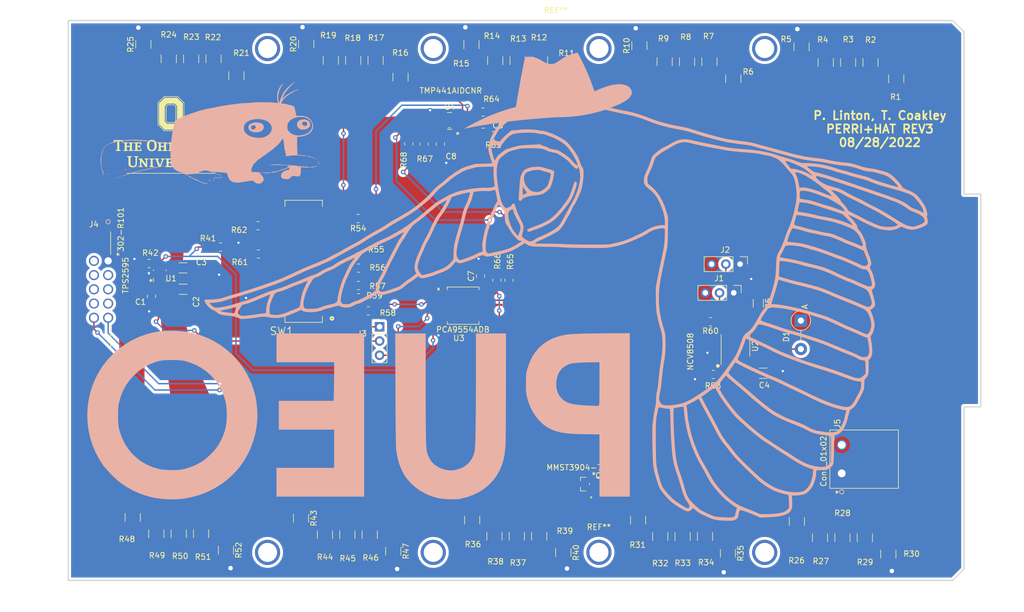
<source format=kicad_pcb>
(kicad_pcb (version 20211014) (generator pcbnew)
  (layers (0 "F.Cu" signal) (31 "B.Cu" signal) (34 "B.Paste" user) (35 "F.Paste" user) (36 "B.SilkS" user "B.Silkscreen") (37 "F.SilkS" user "F.Silkscreen") (38 "B.Mask" user) (39 "F.Mask" user) (44 "Edge.Cuts" user))
  (net 0 "")
  (net 1 "Net-(C1-Pad1)")
  (net 2 "GND")
  (net 3 "+12V")
  (net 4 "/12V_To_Hat")
  (net 5 "+5V")
  (net 6 "/DXN")
  (net 7 "/DXP")
  (net 8 "Net-(C5-Pad2)")
  (net 9 "Net-(C6-Pad1)")
  (net 10 "/SDA")
  (net 11 "/SCL")
  (net 12 "Net-(C6-Pad2)")
  (net 13 "/DS_EN")
  (net 14 "/To_Efuse_EN")
  (net 15 "/GPIO_EN")
  (net 16 "/TMP_A1")
  (net 17 "/TMP_A0")
  (net 18 "/FLT")
  (net 19 "/GPIO_A0")
  (net 20 "Net-(J1-Pad2)")
  (net 21 "/GPIO_A1")
  (net 22 "/GPIO_A2")
  (net 30 "Net-(J2-Pad2)")
  (net 31 "Net-(R3-Pad2)")
  (net 36 "Net-(R10-Pad1)")
  (net 37 "Net-(R1-Pad2)")
  (net 38 "Net-(R2-Pad2)")
  (net 39 "Net-(R4-Pad2)")
  (net 40 "Net-(R6-Pad2)")
  (net 41 "Net-(R7-Pad2)")
  (net 42 "Net-(R8-Pad2)")
  (net 43 "Net-(R11-Pad2)")
  (net 44 "Net-(R12-Pad2)")
  (net 45 "Net-(R13-Pad2)")
  (net 46 "Net-(R14-Pad2)")
  (net 47 "Net-(R16-Pad2)")
  (net 48 "Net-(R17-Pad2)")
  (net 49 "Net-(R18-Pad2)")
  (net 50 "Net-(R19-Pad2)")
  (net 51 "Net-(R21-Pad2)")
  (net 52 "Net-(R22-Pad2)")
  (net 53 "Net-(R23-Pad2)")
  (net 54 "Net-(R24-Pad2)")
  (net 55 "Net-(R26-Pad2)")
  (net 56 "Net-(R27-Pad2)")
  (net 57 "Net-(R28-Pad2)")
  (net 58 "Net-(R29-Pad2)")
  (net 59 "Net-(R31-Pad2)")
  (net 60 "Net-(R32-Pad2)")
  (net 61 "Net-(R33-Pad2)")
  (net 62 "Net-(R34-Pad2)")
  (net 63 "Net-(R36-Pad2)")
  (net 64 "Net-(R37-Pad2)")
  (net 65 "Net-(R38-Pad2)")
  (net 66 "Net-(R39-Pad2)")
  (net 67 "Net-(R42-Pad1)")
  (net 68 "Net-(R43-Pad2)")
  (net 69 "Net-(R44-Pad2)")
  (net 70 "Net-(R45-Pad2)")
  (net 71 "Net-(R46-Pad2)")
  (net 72 "Net-(R48-Pad2)")
  (net 73 "Net-(R49-Pad2)")
  (net 74 "Net-(R50-Pad2)")
  (net 75 "Net-(R51-Pad2)")
  (net 76 "Net-(R53-Pad2)")
  (net 77 "Net-(R60-Pad1)")
  (net 78 "Net-(R61-Pad1)")
  (net 79 "Net-(R62-Pad1)")
  (footprint "footprints:1757242" (layer "F.Cu") (at 226.54 122.03 90)
    (fp_text reference "J5")
    (fp_text value "Conn_01x02")
  )
  (footprint "Resistor_SMD:R_1210_3225Metric" (layer "F.Cu") (at 219.37 50.93 90)
    (fp_text reference "R5")
    (fp_text value "11.5")
  )
  (footprint "Resistor_SMD:R_0805_2012Metric" (layer "F.Cu") (at 151.95 68.29 90)
    (fp_text reference "R67")
    (fp_text value "R_US")
  )
  (footprint "Capacitor_SMD:C_1206_3216Metric" (layer "F.Cu") (at 108.87 90.41)
    (fp_text reference "C3")
    (fp_text value "C_Polarized_US")
  )
  (footprint "footprints:OSU_Logo" (layer "F.Cu") (at 106.73 66.65)
    (fp_text reference "G***" hide)
    (fp_text value "LOGO" hide)
  )
  (footprint "Resistor_SMD:R_1210_3225Metric" (layer "F.Cu") (at 202.91 53.59 90)
    (fp_text reference "R7")
    (fp_text value "11.5")
  )
  (footprint "Resistor_SMD:R_1210_3225Metric" (layer "F.Cu") (at 116.54 140.83 -90)
    (fp_text reference "R52")
    (fp_text value "11.5")
  )
  (footprint "" (layer "F.Cu") (at 183.179396 51.2292)
    (fp_text reference "")
    (fp_text value "")
  )
  (footprint "" (layer "F.Cu") (at 153.579396 51.2292)
    (fp_text reference "")
    (fp_text value "")
  )
  (footprint "Resistor_SMD:R_1210_3225Metric" (layer "F.Cu") (at 206.21 141.39 -90)
    (fp_text reference "R35")
    (fp_text value "11.5")
  )
  (footprint "Diode_THT:D_DO-41_SOD81_P5.08mm_Vertical_AnodeUp" (layer "F.Cu") (at 219.24 99.827818 -90)
    (fp_text reference "D1")
    (fp_text value "DIODE")
  )
  (footprint "Resistor_SMD:R_0805_2012Metric" (layer "F.Cu") (at 115.57 86.68)
    (fp_text reference "R41")
    (fp_text value "R_US")
  )
  (footprint "Resistor_SMD:R_1210_3225Metric" (layer "F.Cu") (at 236.27 56.64 90)
    (fp_text reference "R1")
    (fp_text value "11.5")
  )
  (footprint "Capacitor_SMD:C_1206_3216Metric" (layer "F.Cu") (at 108.89 94.23)
    (fp_text reference "C2")
    (fp_text value "C_Polarized_US")
  )
  (footprint "Resistor_SMD:R_1210_3225Metric" (layer "F.Cu") (at 218.52 135.71 -90)
    (fp_text reference "R26")
    (fp_text value "11.5")
  )
  (footprint "Resistor_SMD:R_1210_3225Metric" (layer "F.Cu") (at 226.66 138.62 90)
    (fp_text reference "R28")
    (fp_text value "11.5")
  )
  (footprint "Resistor_SMD:R_0805_2012Metric" (layer "F.Cu") (at 164.32625 66.81 180)
    (fp_text reference "R63")
    (fp_text value "R_US")
  )
  (footprint "Resistor_SMD:R_0805_2012Metric" (layer "F.Cu") (at 140.15 86.95)
    (fp_text reference "R55")
    (fp_text value "R_US")
  )
  (footprint "footprints:PUEO150" (layer "F.Cu") (at 166.84 98.43)
    (fp_text reference "G***" hide)
    (fp_text value "LOGO" hide)
  )
  (footprint "Resistor_SMD:R_1210_3225Metric" (layer "F.Cu") (at 222.66 138.62 -90)
    (fp_text reference "R27")
    (fp_text value "11.5")
  )
  (footprint "Resistor_SMD:R_1210_3225Metric" (layer "F.Cu") (at 176.8 141.27 -90)
    (fp_text reference "R40")
    (fp_text value "11.5")
  )
  (footprint "Resistor_SMD:R_1210_3225Metric" (layer "F.Cu") (at 142.23 138.06 -90)
    (fp_text reference "R46")
    (fp_text value "11.5")
  )
  (footprint "Connector_PinHeader_2.54mm:PinHeader_1x03_P2.54mm_Vertical" (layer "F.Cu") (at 143.99 100.935)
    (fp_text reference "J3")
    (fp_text value "Conn_01x03")
  )
  (footprint "Resistor_SMD:R_1210_3225Metric" (layer "F.Cu") (at 207.17 56.63 90)
    (fp_text reference "R6")
    (fp_text value "11.5")
  )
  (footprint "Resistor_SMD:R_1210_3225Metric" (layer "F.Cu") (at 190.17 135.47 -90)
    (fp_text reference "R31")
    (fp_text value "11.5")
  )
  (footprint "Capacitor_SMD:C_1206_3216Metric" (layer "F.Cu") (at 211.64 96.73 -90)
    (fp_text reference "C5")
    (fp_text value "0.1uF")
  )
  (footprint "Resistor_SMD:R_0805_2012Metric" (layer "F.Cu") (at 164.937501 92.612499 -90)
    (fp_text reference "R66")
    (fp_text value "R_US")
  )
  (footprint "MountingHole:MountingHole_3.5mm" (layer "F.Cu") (at 183.17 141.21)
    (fp_text reference "REF**")
    (fp_text value "MountingHole_3.5mm")
  )
  (footprint "Resistor_SMD:R_1210_3225Metric" (layer "F.Cu") (at 223.68 53.72 90)
    (fp_text reference "R4")
    (fp_text value "11.5")
  )
  (footprint "Capacitor_SMD:C_0805_2012Metric" (layer "F.Cu") (at 162.02 91.88 90)
    (fp_text reference "C7")
    (fp_text value "C_Small")
  )
  (footprint "Resistor_SMD:R_1210_3225Metric" (layer "F.Cu") (at 147.73 56.34 90)
    (fp_text reference "R16")
    (fp_text value "11.5")
  )
  (footprint "Resistor_SMD:R_1210_3225Metric" (layer "F.Cu") (at 230.66 138.62 -90)
    (fp_text reference "R29")
    (fp_text value "11.5")
  )
  (footprint "Resistor_SMD:R_1210_3225Metric" (layer "F.Cu") (at 112.11 137.9 -90)
    (fp_text reference "R51")
    (fp_text value "11.5")
  )
  (footprint "Package_SO:SOIC-8-1EP_3.9x4.9mm_P1.27mm_EP2.514x3.2mm" (layer "F.Cu") (at 207.559725 104.252425 90)
    (fp_text reference "U2")
    (fp_text value "NCV8508")
  )
  (footprint "Resistor_SMD:R_1210_3225Metric" (layer "F.Cu") (at 164.5 138.34 -90)
    (fp_text reference "R37")
    (fp_text value "11.5")
  )
  (footprint "Resistor_SMD:R_1210_3225Metric" (layer "F.Cu") (at 160.4 50.54 90)
    (fp_text reference "R15")
    (fp_text value "11.5")
  )
  (footprint "Resistor_SMD:R_1210_3225Metric" (layer "F.Cu") (at 198.12 138.4 90)
    (fp_text reference "R33")
    (fp_text value "11.5")
  )
  (footprint "footprints:Perry" (layer "F.Cu") (at 113.77 67.73)
    (fp_text reference "G***" hide)
    (fp_text value "LOGO" hide)
  )
  (footprint "Resistor_SMD:R_0805_2012Metric" (layer "F.Cu") (at 140.22 93.56)
    (fp_text reference "R57")
    (fp_text value "R_US")
  )
  (footprint "Resistor_SMD:R_1210_3225Metric" (layer "F.Cu") (at 177.23 56.3 90)
    (fp_text reference "R11")
    (fp_text value "11.5")
  )
  (footprint "Resistor_SMD:R_1210_3225Metric" (layer "F.Cu") (at 104.11 137.9 -90)
    (fp_text reference "R49")
    (fp_text value "11.5")
  )
  (footprint "Connector_PinHeader_2.54mm:PinHeader_1x03_P2.54mm_Vertical" (layer "F.Cu") (at 208.38 89.74 -90)
    (fp_text reference "J2")
    (fp_text value "Conn_01x03")
  )
  (footprint "Resistor_SMD:R_1210_3225Metric" (layer "F.Cu") (at 190.4 50.71 90)
    (fp_text reference "R10")
    (fp_text value "11.5")
  )
  (footprint "MMST3904-7-F:MMST3904-7-F" (layer "F.Cu") (at 180.66 129.03 90)
    (fp_text reference "Q1")
    (fp_text value "MMST3904-7-F")
  )
  (footprint "Resistor_SMD:R_1210_3225Metric" (layer "F.Cu") (at 202.12 138.4 -90)
    (fp_text reference "R34")
    (fp_text value "11.5")
  )
  (footprint "Connector_PinHeader_2.54mm:PinHeader_1x03_P2.54mm_Vertical" (layer "F.Cu") (at 207.25 94.87 -90)
    (fp_text reference "J1")
    (fp_text value "Conn_01x03")
  )
  (footprint "Resistor_SMD:R_1210_3225Metric" (layer "F.Cu") (at 129.96 135.12 -90)
    (fp_text reference "R43")
    (fp_text value "11.5")
  )
  (footprint "Resistor_SMD:R_1210_3225Metric" (layer "F.Cu") (at 160.53 135.46 -90)
    (fp_text reference "R36")
    (fp_text value "11.5")
  )
  (footprint "Resistor_SMD:R_1210_3225Metric" (layer "F.Cu") (at 231.68 53.72 90)
    (fp_text reference "R2")
    (fp_text value "11.5")
  )
  (footprint "Resistor_SMD:R_0805_2012Metric" (layer "F.Cu") (at 162.45625 62.56 180)
    (fp_text reference "R64")
    (fp_text value "R_US")
  )
  (footprint "" (layer "F.Cu") (at 123.979396 51.2292)
    (fp_text reference "")
    (fp_text value "")
  )
  (footprint "footprints:302-R101" (layer "F.Cu") (at 95.510151 89.157 -90)
    (fp_text reference "J4")
    (fp_text value "302-R101")
  )
  (footprint "Resistor_SMD:R_0805_2012Metric" (layer "F.Cu") (at 102.81 89.63 180)
    (fp_text reference "R42")
    (fp_text value "R_US")
  )
  (footprint "Resistor_SMD:R_1210_3225Metric" (layer "F.Cu") (at 108.11 137.9 90)
    (fp_text reference "R50")
    (fp_text value "11.5")
  )
  (footprint "Resistor_SMD:R_1210_3225Metric" (layer "F.Cu") (at 99.9 134.99 -90)
    (fp_text reference "R48")
    (fp_text value "11.5")
  )
  (footprint "Resistor_SMD:R_1210_3225Metric" (layer "F.Cu") (at 118.41 56.07 90)
    (fp_text reference "R21")
    (fp_text value "11.5")
  )
  (footprint "Resistor_SMD:R_1210_3225Metric" (layer "F.Cu") (at 172.5 138.34 -90)
    (fp_text reference "R39")
    (fp_text value "11.5")
  )
  (footprint "TPS441:TPS259525DSGR" (layer "F.Cu") (at 104.7358 91.8352 90)
    (fp_text reference "U1")
    (fp_text value "TPS2595")
  )
  (footprint "Resistor_SMD:R_1210_3225Metric" (layer "F.Cu") (at 168.65 53.4 -90)
    (fp_text reference "R13")
    (fp_text value "11.5")
  )
  (footprint "" (layer "F.Cu") (at 212.779396 141.2292)
    (fp_text reference "")
    (fp_text value "")
  )
  (footprint "Capacitor_SMD:C_0805_2012Metric" (layer "F.Cu") (at 154.85 68.29 -90)
    (fp_text reference "C8")
    (fp_text value "C_Small")
  )
  (footprint "" (layer "F.Cu") (at 123.979396 141.2292)
    (fp_text reference "")
    (fp_text value "")
  )
  (footprint "Resistor_SMD:R_1210_3225Metric" (layer "F.Cu") (at 101.79 50.49 90)
    (fp_text reference "R25")
    (fp_text value "11.5")
  )
  (footprint "Resistor_SMD:R_1210_3225Metric" (layer "F.Cu") (at 198.91 53.59 -90)
    (fp_text reference "R8")
    (fp_text value "11.5")
  )
  (footprint "Resistor_SMD:R_1210_3225Metric" (layer "F.Cu") (at 134.23 138.06 -90)
    (fp_text reference "R44")
    (fp_text value "11.5")
  )
  (footprint "footprints:PERRI_Outline" (layer "F.Cu") (at 175.391196 90.2348)
    (fp_text reference "REF**")
    (fp_text value "PERRI_Outline")
    (fp_line (start 72.9882 24.9944) (end 72.9882 53.9944) (layer "Edge.Cuts") (width 0.2))
    (fp_line (start 75.9882 24.9944) (end 72.9882 24.9944) (layer "Edge.Cuts") (width 0.2))
    (fp_line (start 72.9882 -13.0056) (end 75.9882 -13.0056) (layer "Edge.Cuts") (width 0.2))
    (fp_line (start 70.9882 55.9944) (end -87.0118 55.9944) (layer "Edge.Cuts") (width 0.2))
    (fp_line (start 72.9882 -42.0056) (end 72.9882 -13.0056) (layer "Edge.Cuts") (width 0.2))
    (fp_line (start -87.0118 55.9944) (end -87.0118 -44.0056) (layer "Edge.Cuts") (width 0.2))
    (fp_line (start 75.9882 -13.0056) (end 75.9882 24.9944) (layer "Edge.Cuts") (width 0.2))
    (fp_line (start 70.9882 -44.0056) (end 72.9882 -42.0056) (layer "Edge.Cuts") (width 0.2))
    (fp_line (start -87.0118 -44.0056) (end 70.9882 -44.0056) (layer "Edge.Cuts") (width 0.2))
    (fp_line (start 72.9882 53.9944) (end 70.9882 55.9944) (layer "Edge.Cuts") (width 0.2))
  )
  (footprint "Resistor_SMD:R_0805_2012Metric" (layer "F.Cu") (at 122.26 82.87 180)
    (fp_text reference "R62")
    (fp_text value "R_US")
  )
  (footprint "Resistor_SMD:R_1210_3225Metric" (layer "F.Cu") (at 146.43 141.01 -90)
    (fp_text reference "R47")
    (fp_text value "11.5")
  )
  (footprint "Resistor_SMD:R_0805_2012Metric" (layer "F.Cu") (at 167.107501 92.612499 -90)
    (fp_text reference "R65")
    (fp_text value "R_US")
  )
  (footprint "Resistor_SMD:R_1210_3225Metric" (layer "F.Cu") (at 194.91 53.59 90)
    (fp_text reference "R9")
    (fp_text value "11.5")
  )
  (footprint "Resistor_SMD:R_1210_3225Metric" (layer "F.Cu") (at 130.89 50.43 90)
    (fp_text reference "R20")
    (fp_text value "11.5")
  )
  (footprint "Resistor_SMD:R_0805_2012Metric" (layer "F.Cu") (at 203.1 100.02 180)
    (fp_text reference "R60")
    (fp_text value "R_US")
  )
  (footprint "Resistor_SMD:R_0805_2012Metric" (layer "F.Cu") (at 149.21 68.25 90)
    (fp_text reference "R68")
    (fp_text value "R_US")
  )
  (footprint "Resistor_SMD:R_0805_2012Metric" (layer "F.Cu") (at 140.22 95.76)
    (fp_text reference "R58")
    (fp_text value "R_US")
  )
  (footprint "Resistor_SMD:R_1210_3225Metric" (layer "F.Cu") (at 227.68 53.72 -90)
    (fp_text reference "R3")
    (fp_text value "11.5")
  )
  (footprint "footprints:TMP441AIDCNR" (layer "F.Cu") (at 156.484601 64.16165 180)
    (fp_text reference "U4")
    (fp_text value "TMP441AIDCNR")
  )
  (footprint "Resistor_SMD:R_1210_3225Metric" (layer "F.Cu") (at 172.65 53.4 90)
    (fp_text reference "R12")
    (fp_text value "11.5")
  )
  (footprint "Resistor_SMD:R_1210_3225Metric" (layer "F.Cu") (at 143.28 53.36 90)
    (fp_text reference "R17")
    (fp_text value "11.5")
  )
  (footprint "" (layer "F.Cu") (at 153.579396 141.2292)
    (fp_text reference "")
    (fp_text value "")
  )
  (footprint "Resistor_SMD:R_0805_2012Metric" (layer "F.Cu") (at 140.14 81.6)
    (fp_text reference "R54")
    (fp_text value "R_US")
  )
  (footprint "Resistor_SMD:R_1210_3225Metric" (layer "F.Cu") (at 164.65 53.4 90)
    (fp_text reference "R14")
    (fp_text value "11.5")
  )
  (footprint "Resistor_SMD:R_1210_3225Metric" (layer "F.Cu") (at 135.28 53.36 90)
    (fp_text reference "R19")
    (fp_text value "11.5")
  )
  (footprint "PCA9554ADB:PCA9554ADB" (layer "F.Cu") (at 158.909451 97.154999)
    (fp_text reference "U3")
    (fp_text value "PCA9554ADB")
  )
  (footprint "Resistor_SMD:R_1210_3225Metric" (layer "F.Cu") (at 234.86 141.53 -90)
    (fp_text reference "R30")
    (fp_text value "11.5")
  )
  (footprint "" (layer "F.Cu") (at 212.779396 51.2292)
    (fp_text reference "")
    (fp_text value "")
  )
  (footprint "Resistor_SMD:R_0805_2012Metric" (layer "F.Cu") (at 141.99 98.09)
    (fp_text reference "R59")
    (fp_text value "R_US")
  )
  (footprint "Resistor_SMD:R_0805_2012Metric" (layer "F.Cu") (at 140.22 90.45)
    (fp_text reference "R56")
    (fp_text value "R_US")
  )
  (footprint "footprints:SW_219-8LPSTRF" (layer "F.Cu") (at 130.430299 89.23 180)
    (fp_text reference "SW1")
    (fp_text value "SW_DIP_x08")
  )
  (footprint "Resistor_SMD:R_1210_3225Metric" (layer "F.Cu") (at 139.28 53.36 -90)
    (fp_text reference "R18")
    (fp_text value "11.5")
  )
  (footprint "Resistor_SMD:R_1210_3225Metric" (layer "F.Cu") (at 110.33 53.07 -90)
    (fp_text reference "R23")
    (fp_text value "11.5")
  )
  (footprint "Resistor_SMD:R_1210_3225Metric" (layer "F.Cu") (at 138.23 138.06 90)
    (fp_text reference "R45")
    (fp_text value "11.5")
  )
  (footprint "footprints:P_Hat" (layer "F.Cu") (at 174.048713 58.759736)
    (fp_text reference "G***" hide)
    (fp_text value "LOGO" hide)
  )
  (footprint "Capacitor_SMD:C_0805_2012Metric" (layer "F.Cu") (at 162.48625 64.72 180)
    (fp_text reference "C6")
    (fp_text value "C_Small")
  )
  (footprint "Resistor_SMD:R_1210_3225Metric" (layer "F.Cu") (at 114.33 53.07 90)
    (fp_text reference "R22")
    (fp_text value "11.5")
  )
  (footprint "Resistor_SMD:R_1210_3225Metric" (layer "F.Cu") (at 168.5 138.34 90)
    (fp_text reference "R38")
    (fp_text value "11.5")
  )
  (footprint "Capacitor_SMD:C_0805_2012Metric" (layer "F.Cu") (at 103.25 95.5 -90)
    (fp_text reference "C1")
    (fp_text value "C")
  )
  (footprint "Resistor_SMD:R_0805_2012Metric" (layer "F.Cu") (at 203.59 109.45)
    (fp_text reference "R53")
    (fp_text value "R_US")
  )
  (footprint "Resistor_SMD:R_1210_3225Metric" (layer "F.Cu") (at 194.12 138.4 -90)
    (fp_text reference "R32")
    (fp_text value "11.5")
  )
  (footprint "Resistor_SMD:R_1210_3225Metric" (layer "F.Cu") (at 106.33 53.07 90)
    (fp_text reference "R24")
    (fp_text value "11.5")
  )
  (footprint "Capacitor_SMD:C_1206_3216Metric" (layer "F.Cu") (at 212.53 109.22 180)
    (fp_text reference "C4")
    (fp_text value "1uF")
  )
  (footprint "Resistor_SMD:R_0805_2012Metric" (layer "F.Cu") (at 122.34165 87.94 180)
    (fp_text reference "R61")
    (fp_text value "R_US")
  )
  (gr_text "P. Linton, T. Coakley\nPERRI+HAT REV3\n08/28/2022" (at 233.35 65.6) (layer "F.SilkS") (effects (font (size 1.5 1.5) (thickness 0.3))))
  (segment (start 103.985799 92.994201) (end 103.25 93.73) (width 0.25) (layer "F.Cu") (net 1))
  (segment (start 103.25 93.73) (end 103.25 94.55) (width 0.25) (layer "F.Cu") (net 1))
  (segment (start 103.985799 92.785201) (end 103.985799 92.994201) (width 0.25) (layer "F.Cu") (net 1))
  (segment (start 126.125299 93.04) (end 123.09 93.04) (width 0.25) (layer "F.Cu") (net 2))
  (segment (start 153.946651 63.186651) (end 153.01 62.25) (width 0.25) (layer "F.Cu") (net 2))
  (segment (start 103.25 96.45) (end 103.25 97.76) (width 0.25) (layer "F.Cu") (net 2))
  (segment (start 219.37 48.51) (end 218.61 47.75) (width 1) (layer "F.Cu") (net 2))
  (segment (start 211.64 95.255) (end 211.64 93.66) (width 0.25) (layer "F.Cu") (net 2))
  (segment (start 103.985799 91.40922) (end 104.411779 91.8352) (width 0.25) (layer "F.Cu") (net 2))
  (segment (start 155.480451 99.429998) (end 154.310002 99.429998) (width 0.25) (layer "F.Cu") (net 2))
  (segment (start 103.25 97.76) (end 102.83 98.18) (width 0.25) (layer "F.Cu") (net 2))
  (segment (start 201.18 109.45) (end 200.34 110.29) (width 0.25) (layer "F.Cu") (net 2))
  (segment (start 114.95 92.61) (end 115.32 92.24) (width 0.25) (layer "F.Cu") (net 2))
  (segment (start 104.411779 91.8352) (end 104.735797 91.8352) (width 0.25) (layer "F.Cu") (net 2))
  (segment (start 101.79 48.38) (end 100.9 47.49) (width 1) (layer "F.Cu") (net 2))
  (segment (start 207.559725 104.252425) (end 203.877575 104.252425) (width 0.25) (layer "F.Cu") (net 2))
  (segment (start 154.02 99.72) (end 154.02 101.96) (width 0.25) (layer "F.Cu") (net 2))
  (segment (start 116.54 143.21) (end 117.37 144.04) (width 1) (layer "F.Cu") (net 2))
  (segment (start 215.63 109.22) (end 216.01 108.84) (width 0.25) (layer "F.Cu") (net 2))
  (segment (start 122.43 98.12) (end 120.22 95.91) (width 0.25) (layer "F.Cu") (net 2))
  (segment (start 121.82 85.42) (end 121.3475 84.9475) (width 0.25) (layer "F.Cu") (net 2))
  (segment (start 154.02 101.96) (end 154.51 102.45) (width 0.25) (layer "F.Cu") (net 2))
  (segment (start 121.3475 84.9475) (end 119.7525 84.9475) (width 0.25) (layer "F.Cu") (net 2))
  (segment (start 154.310002 99.429998) (end 154.02 99.72) (width 0.25) (layer "F.Cu") (net 2))
  (segment (start 162.02 89.12) (end 161.67 88.77) (width 0.25) (layer "F.Cu") (net 2))
  (segment (start 207.559725 105.200275) (end 207.559725 104.252425) (width 0.25) (layer "F.Cu") (net 2))
  (segment (start 206.924725 105.835275) (end 207.559725 105.200275) (width 0.25) (layer "F.Cu") (net 2))
  (segment (start 154.85 69.24) (end 154.85 70.61) (width 0.25) (layer "F.Cu") (net 2))
  (segment (start 160.4 49.0775) (end 160.4 48.53) (width 1) (layer "F.Cu") (net 2))
  (segment (start 121.66 90.5) (end 120.14 92.02) (width 0.25) (layer "F.Cu") (net 2))
  (segment (start 219.37 49.4675) (end 219.37 48.51) (width 1) (layer "F.Cu") (net 2))
  (segment (start 130.89 48.9675) (end 130.89 48.08) (width 1) (layer "F.Cu") (net 2))
  (segment (start 234.86 142.9925) (end 234.86 143.93) (width 1) (layer "F.Cu") (net 2))
  (segment (start 146.43 143.49) (end 147.13 144.19) (width 1) (layer "F.Cu") (net 2))
  (segment (start 202.6775 109.45) (end 201.18 109.45) (width 0.25) (layer "F.Cu") (net 2))
  (segment (start 103.2452 91.8352) (end 102.78 91.37) (width 0.25) (layer "F.Cu") (net 2))
  (segment (start 206.924725 106.889925) (end 206.924725 105.835275) (width 0.25) (layer "F.Cu") (net 2))
  (segment (start 110.345 90.41) (end 111.61 90.41) (width 0.25) (layer "F.Cu") (net 2))
  (segment (start 113.81 92.61) (end 114.95 92.61) (width 0.25) (layer "F.Cu") (net 2))
  (segment (start 120.14 95.83) (end 120.22 95.91) (width 0.25) (layer "F.Cu") (net 2))
  (segment (start 146.43 142.4725) (end 146.43 143.49) (width 1) (layer "F.Cu") (net 2))
  (segment (start 101.79 49.0275) (end 101.79 48.38) (width 1) (layer "F.Cu") (net 2))
  (segment (start 203.877575 104.252425) (end 202.55 105.58) (width 0.25) (layer "F.Cu") (net 2))
  (segment (start 110.365 94.23) (end 112.19 94.23) (width 0.25) (layer "F.Cu") (net 2))
  (segment (start 126.125299 85.42) (end 121.82 85.42) (width 0.25) (layer "F.Cu") (net 2))
  (segment (start 101.02 89.63) (end 100.2 88.81) (width 0.25) (layer "F.Cu") (net 2))
  (segment (start 160.4 48.53) (end 159.31 47.44) (width 1) (layer "F.Cu") (net 2))
  (segment (start 103.985799 90.885199) (end 103.985799 91.40922) (width 0.25) (layer "F.Cu") (net 2))
  (segment (start 101.8975 89.63) (end 101.02 89.63) (width 0.25) (layer "F.Cu") (net 2))
  (segment (start 121.3475 84.9475) (end 121.3475 82.87) (width 0.25) (layer "F.Cu") (net 2))
  (segment (start 121.42915 85.02915) (end 121.3475 84.9475) (width 0.25) (layer "F.Cu") (net 2))
  (segment (start 206.21 142.8525) (end 206.21 144.03) (width 1) (layer "F.Cu") (net 2))
  (segment (start 120.14 92.02) (end 120.14 95.78) (width 0.25) (layer "F.Cu") (net 2))
  (segment (start 113.51 92.31) (end 113.81 92.61) (width 0.25) (layer "F.Cu") (net 2))
  (segment (start 176.8 143.44) (end 177.47 144.11) (width 1) (layer "F.Cu") (net 2))
  (segment (start 116.54 142.2925) (end 116.54 143.21) (width 1) (layer "F.Cu") (net 2))
  (segment (start 126.125299 95.58) (end 120.55 95.58) (width 0.25) (layer "F.Cu") (net 2))
  (segment (start 162.02 90.93) (end 162.02 89.12) (width 0.25) (layer "F.Cu") (net 2))
  (segment (start 122.22 80.34) (end 121.3475 81.2125) (width 0.25) (layer "F.Cu") (net 2))
  (segment (start 190.4 48.26) (end 189.74 47.6) (width 1) (layer "F.Cu") (net 2))
  (segment (start 123.09 93.04) (end 120.22 95.91) (width 0.25) (layer "F.Cu") (net 2))
  (segment (start 214.005 109.22) (end 215.63 109.22) (width 0.25) (layer "F.Cu") (net 2))
  (segment (start 234.86 143.93) (end 235.48 144.55) (width 1) (layer "F.Cu") (net 2))
  (segment (start 190.4 49.2475) (end 190.4 48.26) (width 1) (layer "F.Cu") (net 2))
  (segment (start 112.19 94.23) (end 113.81 92.61) (width 0.25) (layer "F.Cu") (net 2))
  (segment (start 126.125299 80.34) (end 122.22 80.34) (width 0.25) (layer "F.Cu") (net 2))
  (segment (start 121.42915 87.94) (end 121.42915 85.02915) (width 0.25) (layer "F.Cu") (net 2))
  (segment (start 154.85 70.61) (end 155.9 71.66) (width 0.25) (layer "F.Cu") (net 2))
  (segment (start 126.125299 98.12) (end 122.43 98.12) (width 0.25) (layer "F.Cu") (net 2))
  (segment (start 130.89 48.08) (end 130.22 47.41) (width 1) (layer "F.Cu") (net 2))
  (segment (start 126.125299 90.5) (end 121.66 90.5) (width 0.25) (layer "F.Cu") (net 2))
  (segment (start 104.735797 91.8352) (end 103.2452 91.8352) (width 0.25) (layer "F.Cu") (net 2))
  (segment (start 155.290801 63.186651) (end 153.946651 63.186651) (width 0.25) (layer "F.Cu") (net 2))
  (segment (start 111.61 90.41) (end 113.51 92.31) (width 0.25) (layer "F.Cu") (net 2))
  (segment (start 120.55 95.58) (end 120.22 95.91) (width 0.25) (layer "F.Cu") (net 2))
  (segment (start 211.64 93.66) (end 210.37 92.39) (width 0.25) (layer "F.Cu") (net 2))
  (segment (start 121.3475 81.2125) (end 121.3475 82.87) (width 0.25) (layer "F.Cu") (net 2))
  (segment (start 120.14 95.78) (end 120.14 95.83) (width 0.25) (layer "F.Cu") (net 2))
  (segment (start 176.8 142.7325) (end 176.8 143.44) (width 1) (layer "F.Cu") (net 2))
  (segment (start 115.32 92.24) (end 115.32 91.63) (width 0.25) (layer "F.Cu") (net 2))
  (segment (start 206.21 144.03) (end 205.46 144.78) (width 1) (layer "F.Cu") (net 2))
  (segment (start 119.7525 84.9475) (end 118.78 85.92) (width 0.25) (layer "F.Cu") (net 2))
  (via (at 117.37 144.04) (size 1) (drill 0.8) (layers "F.Cu" "B.Cu") (net 2))
  (via (at 216.01 108.84) (size 0.8) (drill 0.4) (layers "F.Cu" "B.Cu") (net 2))
  (via (at 100.9 47.49) (size 1) (drill 0.8) (layers "F.Cu" "B.Cu") (net 2))
  (via (at 118.78 85.92) (size 0.8) (drill 0.4) (layers "F.Cu" "B.Cu") (net 2))
  (via (at 147.13 144.19) (size 1) (drill 0.8) (layers "F.Cu" "B.Cu") (net 2))
  (via (at 155.9 71.66) (size 0.8) (drill 0.4) (layers "F.Cu" "B.Cu") (net 2))
  (via (at 235.48 144.55) (size 1) (drill 0.8) (layers "F.Cu" "B.Cu") (net 2))
  (via (at 153.01 62.25) (size 0.8) (drill 0.4) (layers "F.Cu" "B.Cu") (net 2))
  (via (at 102.78 91.37) (size 0.8) (drill 0.4) (layers "F.Cu" "B.Cu") (net 2))
  (via (at 100.2 88.81) (size 0.8) (drill 0.4) (layers "F.Cu" "B.Cu") (net 2))
  (via (at 161.67 88.77) (size 0.8) (drill 0.4) (layers "F.Cu" "B.Cu") (net 2))
  (via (at 115.32 91.63) (size 0.8) (drill 0.4) (layers "F.Cu" "B.Cu") (net 2))
  (via (at 202.55 105.58) (size 0.8) (drill 0.4) (layers "F.Cu" "B.Cu") (net 2))
  (via (at 159.31 47.44) (size 1) (drill 0.8) (layers "F.Cu" "B.Cu") (net 2))
  (via (at 177.47 144.11) (size 1) (drill 0.8) (layers "F.Cu" "B.Cu") (net 2))
  (via (at 205.46 144.78) (size 1) (drill 0.8) (layers "F.Cu" "B.Cu") (net 2))
  (via (at 210.37 92.39) (size 0.8) (drill 0.4) (layers "F.Cu" "B.Cu") (net 2))
  (via (at 130.22 47.41) (size 1) (drill 0.8) (layers "F.Cu" "B.Cu") (net 2))
  (via (at 218.61 47.75) (size 1) (drill 0.8) (layers "F.Cu" "B.Cu") (net 2))
  (via (at 189.74 47.6) (size 1) (drill 0.8) (layers "F.Cu" "B.Cu") (net 2))
  (via (at 200.34 110.29) (size 0.8) (drill 0.4) (layers "F.Cu" "B.Cu") (net 2))
  (via (at 102.83 98.18) (size 0.8) (drill 0.4) (layers "F.Cu" "B.Cu") (net 2))
  (via (at 154.51 102.45) (size 0.8) (drill 0.4) (layers "F.Cu" "B.Cu") (net 2))
  (via (at 120.14 95.78) (size 0.8) (drill 0.4) (layers "F.Cu" "B.Cu") (net 2))
  (segment (start 105.485798 92.785201) (end 105.485798 93.235798) (width 0.25) (layer "F.Cu") (net 3))
  (segment (start 104.9858 93.4058) (end 105.37 93.79) (width 0.25) (layer "F.Cu") (net 3))
  (segment (start 105.485798 93.235798) (end 105.88 93.63) (width 0.25) (layer "F.Cu") (net 3))
  (segment (start 104.9858 92.785201) (end 104.9858 93.4058) (width 0.25) (layer "F.Cu") (net 3))
  (segment (start 105.485798 90.885199) (end 105.485798 90.254202) (width 0.25) (layer "F.Cu") (net 4))
  (segment (start 105.485798 90.254202) (end 105.87 89.87) (width 0.25) (layer "F.Cu") (net 4))
  (segment (start 155.27 66.11) (end 154.86 66.11) (width 0.25) (layer "F.Cu") (net 5))
  (segment (start 155.290801 65.136649) (end 155.290801 66.089199) (width 0.25) (layer "F.Cu") (net 5))
  (segment (start 155.290801 66.089199) (end 155.27 66.11) (width 0.25) (layer "F.Cu") (net 5))
  (segment (start 154.85 66.12) (end 154.85 67.34) (width 0.25) (layer "F.Cu") (net 5))
  (segment (start 154.86 66.11) (end 154.85 66.12) (width 0.25) (layer "F.Cu") (net 5))
  (segment (start 191.755006 128.74) (end 183.87 128.74) (width 0.2) (layer "F.Cu") (net 6))
  (segment (start 231.59952 102.724514) (end 231.59952 110.954514) (width 0.2) (layer "F.Cu") (net 6))
  (segment (start 182.88 129.73) (end 181.560001 129.730001) (width 0.2) (layer "F.Cu") (net 6))
  (segment (start 211.46048 87.86048) (end 216.735487 87.860481) (width 0.2) (layer "F.Cu") (net 6))
  (segment (start 186.16 62.56) (end 211.46048 87.86048) (width 0.2) (layer "F.Cu") (net 6))
  (segment (start 225.414513 130.829519) (end 222.104514 127.51952) (width 0.2) (layer "F.Cu") (net 6))
  (segment (start 216.735487 87.860481) (end 231.59952 102.724514) (width 0.2) (layer "F.Cu") (net 6))
  (segment (start 238.539519 129.275487) (end 236.985486 130.82952) (width 0.2) (layer "F.Cu") (net 6))
  (segment (start 163.36875 62.56) (end 186.16 62.56) (width 0.2) (layer "F.Cu") (net 6))
  (segment (start 183.87 128.74) (end 182.88 129.73) (width 0.2) (layer "F.Cu") (net 6))
  (segment (start 238.53952 117.894514) (end 238.539519 129.275487) (width 0.2) (layer "F.Cu") (net 6))
  (segment (start 236.985486 130.82952) (end 225.414513 130.829519) (width 0.2) (layer "F.Cu") (net 6))
  (segment (start 222.104514 127.51952) (end 192.975486 127.51952) (width 0.2) (layer "F.Cu") (net 6))
  (segment (start 192.975486 127.51952) (end 191.755006 128.74) (width 0.2) (layer "F.Cu") (net 6))
  (segment (start 231.59952 110.954514) (end 238.53952 117.894514) (width 0.2) (layer "F.Cu") (net 6))
  (segment (start 165.23875 66.81) (end 189.78 66.81) (width 0.2) (layer "F.Cu") (net 7))
  (segment (start 189.78 66.81) (end 211.23 88.26) (width 0.2) (layer "F.Cu") (net 7))
  (segment (start 178.9 127.63) (end 182.07 127.63) (width 0.2) (layer "F.Cu") (net 7))
  (segment (start 178.52 128.71) (end 178.52 128.01) (width 0.2) (layer "F.Cu") (net 7))
  (segment (start 191.600001 128.329999) (end 182.260001 128.329999) (width 0.2) (layer "F.Cu") (net 7))
  (segment (start 231.2 111.12) (end 238.14 118.06) (width 0.2) (layer "F.Cu") (net 7))
  (segment (start 211.23 88.26) (end 216.57 88.26) (width 0.2) (layer "F.Cu") (net 7))
  (segment (start 182.260001 128.329999) (end 181.560001 128.329999) (width 0.2) (layer "F.Cu") (net 7))
  (segment (start 192.81 127.12) (end 191.600001 128.329999) (width 0.2) (layer "F.Cu") (net 7))
  (segment (start 182.07 127.63) (end 182.260001 127.820001) (width 0.2) (layer "F.Cu") (net 7))
  (segment (start 238.14 129.11) (end 236.82 130.43) (width 0.2) (layer "F.Cu") (net 7))
  (segment (start 231.2 102.89) (end 231.2 111.12) (width 0.2) (layer "F.Cu") (net 7))
  (segment (start 222.27 127.12) (end 192.81 127.12) (width 0.2) (layer "F.Cu") (net 7))
  (segment (start 238.14 118.06) (end 238.14 129.11) (width 0.2) (layer "F.Cu") (net 7))
  (segment (start 179.76 129.03) (end 178.84 129.03) (width 0.2) (layer "F.Cu") (net 7))
  (segment (start 216.57 88.26) (end 231.2 102.89) (width 0.2) (layer "F.Cu") (net 7))
  (segment (start 182.260001 127.820001) (end 182.260001 128.329999) (width 0.2) (layer "F.Cu") (net 7))
  (segment (start 225.58 130.43) (end 222.27 127.12) (width 0.2) (layer "F.Cu") (net 7))
  (segment (start 178.84 129.03) (end 178.52 128.71) (width 0.2) (layer "F.Cu") (net 7))
  (segment (start 236.82 130.43) (end 225.58 130.43) (width 0.2) (layer "F.Cu") (net 7))
  (segment (start 178.52 128.01) (end 178.9 127.63) (width 0.2) (layer "F.Cu") (net 7))
  (segment (start 209.45 101.6002) (end 209.45 99.99) (width 0.25) (layer "F.Cu") (net 8))
  (segment (start 216.787818 104.907818) (end 219.24 104.907818) (width 0.25) (layer "F.Cu") (net 8))
  (segment (start 211.64 98.205) (end 211.64 99.94) (width 0.25) (layer "F.Cu") (net 8))
  (segment (start 209.464725 101.614925) (end 209.45 101.6002) (width 0.25) (layer "F.Cu") (net 8))
  (segment (start 209.45 99.99) (end 211.87 99.99) (width 0.25) (layer "F.Cu") (net 8))
  (segment (start 211.87 99.99) (end 216.787818 104.907818) (width 0.25) (layer "F.Cu") (net 8))
  (segment (start 160.09625 66.82) (end 163.40375 66.82) (width 0.25) (layer "F.Cu") (net 9))
  (segment (start 157.678401 65.136649) (end 158.412899 65.136649) (width 0.25) (layer "F.Cu") (net 9))
  (segment (start 163.41375 64.7425) (end 163.43625 64.72) (width 0.25) (layer "F.Cu") (net 9))
  (segment (start 163.41375 66.81) (end 163.41375 64.7425) (width 0.25) (layer "F.Cu") (net 9))
  (segment (start 163.40375 66.82) (end 163.41375 66.81) (width 0.25) (layer "F.Cu") (net 9))
  (segment (start 158.412899 65.136649) (end 160.09625 66.82) (width 0.25) (layer "F.Cu") (net 9))
  (segment (start 164.139999 95.530001) (end 164.957501 94.712499) (width 0.25) (layer "F.Cu") (net 10))
  (segment (start 163.64 81.86) (end 163.64 93.54) (width 0.25) (layer "F.Cu") (net 10))
  (segment (start 149.03 66.2) (end 147.71 66.2) (width 0.25) (layer "F.Cu") (net 10))
  (segment (start 151.393351 63.836649) (end 150.005 65.225) (width 0.25) (layer "F.Cu") (net 10))
  (segment (start 164.957501 94.712499) (end 164.957501 93.544999) (width 0.25) (layer "F.Cu") (net 10))
  (segment (start 165.37 95.27) (end 164.812499 94.712499) (width 0.25) (layer "F.Cu") (net 10))
  (segment (start 162.338451 95.530001) (end 164.139999 95.530001) (width 0.25) (layer "F.Cu") (net 10))
  (segment (start 165.37 100.29) (end 165.37 98.04) (width 0.25) (layer "F.Cu") (net 10))
  (segment (start 165.37 95.4555) (end 165.37 95.27) (width 0.25) (layer "F.Cu") (net 10))
  (segment (start 115.49 111.09) (end 154.57 111.09) (width 0.25) (layer "F.Cu") (net 10))
  (segment (start 150.005 65.225) (end 149.21 66.02) (width 0.25) (layer "F.Cu") (net 10))
  (segment (start 163.64 93.54) (end 164.812499 94.712499) (width 0.25) (layer "F.Cu") (net 10))
  (segment (start 164.812499 94.712499) (end 164.957501 94.712499) (width 0.25) (layer "F.Cu") (net 10))
  (segment (start 154.57 111.09) (end 161.1 104.56) (width 0.25) (layer "F.Cu") (net 10))
  (segment (start 149.21 66.02) (end 149.21 67.3375) (width 0.25) (layer "F.Cu") (net 10))
  (segment (start 155.290801 63.836649) (end 151.393351 63.836649) (width 0.25) (layer "F.Cu") (net 10))
  (segment (start 164.957501 93.544999) (end 164.937501 93.524999) (width 0.25) (layer "F.Cu") (net 10))
  (segment (start 147.71 66.2) (end 146.8 67.11) (width 0.25) (layer "F.Cu") (net 10))
  (segment (start 161.1 104.56) (end 165.37 100.29) (width 0.25) (layer "F.Cu") (net 10))
  (segment (start 149.21 66.02) (end 149.03 66.2) (width 0.25) (layer "F.Cu") (net 10))
  (via (at 165.37 95.4555) (size 0.8) (drill 0.4) (layers "F.Cu" "B.Cu") (net 10))
  (via (at 146.8 67.11) (size 0.8) (drill 0.4) (layers "F.Cu" "B.Cu") (net 10))
  (via (at 165.37 98.04) (size 0.8) (drill 0.4) (layers "F.Cu" "B.Cu") (net 10))
  (via (at 163.64 81.86) (size 0.8) (drill 0.4) (layers "F.Cu" "B.Cu") (net 10))
  (via (at 115.49 111.09) (size 0.8) (drill 0.4) (layers "F.Cu" "B.Cu") (net 10))
  (segment (start 104.53 111.09) (end 115.49 111.09) (width 0.25) (layer "B.Cu") (net 10))
  (segment (start 95.510151 99.317) (end 95.510151 102.070151) (width 0.25) (layer "B.Cu") (net 10))
  (segment (start 104.03 110.59) (end 104.53 111.09) (width 0.25) (layer "B.Cu") (net 10))
  (segment (start 153.95 81.86) (end 163.64 81.86) (width 0.25) (layer "B.Cu") (net 10))
  (segment (start 147.03 67.34) (end 146.8 67.11) (width 0.25) (layer "B.Cu") (net 10))
  (segment (start 95.510151 102.070151) (end 104.03 110.59) (width 0.25) (layer "B.Cu") (net 10))
  (segment (start 165.37 98.04) (end 165.37 95.4555) (width 0.25) (layer "B.Cu") (net 10))
  (segment (start 147.03 74.94) (end 147.03 67.34) (width 0.25) (layer "B.Cu") (net 10))
  (segment (start 147.03 74.94) (end 153.95 81.86) (width 0.25) (layer "B.Cu") (net 10))
  (segment (start 152.055 64.935) (end 152.51 64.48) (width 0.25) (layer "F.Cu") (net 11))
  (segment (start 152.516651 64.486651) (end 155.290801 64.486651) (width 0.25) (layer "F.Cu") (net 11))
  (segment (start 92.970151 99.317) (end 92.970151 101.330151) (width 0.25) (layer "F.Cu") (net 11))
  (segment (start 150.65 66.34) (end 152.055 64.935) (width 0.25) (layer "F.Cu") (net 11))
  (segment (start 167.127501 93.544999) (end 167.107501 93.524999) (width 0.25) (layer "F.Cu") (net 11))
  (segment (start 167.127501 95.642499) (end 169.027501 95.642499) (width 0.25) (layer "F.Cu") (net 11))
  (segment (start 165.56 80.43) (end 165.42 80.43) (width 0.25) (layer "F.Cu") (net 11))
  (segment (start 166.59 96.18) (end 167.127501 95.642499) (width 0.25) (layer "F.Cu") (net 11))
  (segment (start 169.027501 95.642499) (end 172.23 92.44) (width 0.25) (layer "F.Cu") (net 11))
  (segment (start 154.1 112.22) (end 166.59 99.73) (width 0.25) (layer "F.Cu") (net 11))
  (segment (start 166.59 99.73) (end 166.59 96.18) (width 0.25) (layer "F.Cu") (net 11))
  (segment (start 167.127501 95.642499) (end 167.127501 93.544999) (width 0.25) (layer "F.Cu") (net 11))
  (segment (start 92.970151 101.330151) (end 93.61 101.97) (width 0.25) (layer "F.Cu") (net 11))
  (segment (start 152.51 64.48) (end 152.516651 64.486651) (width 0.25) (layer "F.Cu") (net 11))
  (segment (start 169.88 84.75) (end 165.56 80.43) (width 0.25) (layer "F.Cu") (net 11))
  (segment (start 148.2 73.28) (end 150.65 70.83) (width 0.25) (layer "F.Cu") (net 11))
  (segment (start 151.95 67.3775) (end 151.95 65.04) (width 0.25) (layer "F.Cu") (net 11))
  (segment (start 172.23 87.1) (end 169.88 84.75) (width 0.25) (layer "F.Cu") (net 11))
  (segment (start 162.338451 96.18) (end 166.59 96.18) (width 0.25) (layer "F.Cu") (net 11))
  (segment (start 172.23 92.44) (end 172.23 87.1) (width 0.25) (layer "F.Cu") (net 11))
  (segment (start 150.65 70.83) (end 150.65 66.34) (width 0.25) (layer "F.Cu") (net 11))
  (segment (start 115.41 112.22) (end 154.1 112.22) (width 0.25) (layer "F.Cu") (net 11))
  (segment (start 151.95 65.04) (end 152.055 64.935) (width 0.25) (layer "F.Cu") (net 11))
  (via (at 165.42 80.43) (size 0.8) (drill 0.4) (layers "F.Cu" "B.Cu") (net 11))
  (via (at 148.2 73.28) (size 0.8) (drill 0.4) (layers "F.Cu" "B.Cu") (net 11))
  (via (at 115.41 112.22) (size 0.8) (drill 0.4) (layers "F.Cu" "B.Cu") (net 11))
  (via (at 93.61 101.97) (size 0.8) (drill 0.4) (layers "F.Cu" "B.Cu") (net 11))
  (segment (start 165.42 80.43) (end 155.35 80.43) (width 0.25) (layer "B.Cu") (net 11))
  (segment (start 93.61 101.97) (end 103.86 112.22) (width 0.25) (layer "B.Cu") (net 11))
  (segment (start 155.35 80.43) (end 148.2 73.28) (width 0.25) (layer "B.Cu") (net 11))
  (segment (start 103.86 112.22) (end 115.41 112.22) (width 0.25) (layer "B.Cu") (net 11))
  (segment (start 161.53625 64.72) (end 161.53625 62.5675) (width 0.25) (layer "F.Cu") (net 12))
  (segment (start 158.588801 64.486651) (end 159.490851 63.584601) (width 0.25) (layer "F.Cu") (net 12))
  (segment (start 157.678401 64.486651) (end 158.588801 64.486651) (width 0.25) (layer "F.Cu") (net 12))
  (segment (start 161.53625 62.5675) (end 161.54375 62.56) (width 0.25) (layer "F.Cu") (net 12))
  (segment (start 160.515452 62.56) (end 161.54375 62.56) (width 0.25) (layer "F.Cu") (net 12))
  (segment (start 159.490851 63.584601) (end 160.515452 62.56) (width 0.25) (layer "F.Cu") (net 12))
  (segment (start 138.53 98.09) (end 138.5 98.12) (width 0.25) (layer "F.Cu") (net 13))
  (segment (start 141.0775 98.09) (end 138.53 98.09) (width 0.25) (layer "F.Cu") (net 13))
  (segment (start 139.015 98.635) (end 139.19 98.81) (width 0.25) (layer "F.Cu") (net 13))
  (segment (start 141.315 100.935) (end 143.99 100.935) (width 0.25) (layer "F.Cu") (net 13))
  (segment (start 139.19 98.81) (end 141.315 100.935) (width 0.25) (layer "F.Cu") (net 13))
  (segment (start 134.735299 98.12) (end 138.5 98.12) (width 0.25) (layer "F.Cu") (net 13))
  (segment (start 138.5 98.12) (end 139.015 98.635) (width 0.25) (layer "F.Cu") (net 13))
  (segment (start 112.795 103.475) (end 110.9 101.58) (width 0.25) (layer "F.Cu") (net 14))
  (segment (start 104.05 100.01) (end 104.485798 99.574202) (width 0.25) (layer "F.Cu") (net 14))
  (segment (start 104.485798 99.574202) (end 104.485798 92.785201) (width 0.25) (layer "F.Cu") (net 14))
  (segment (start 143.99 103.475) (end 112.795 103.475) (width 0.25) (layer "F.Cu") (net 14))
  (via (at 104.05 100.01) (size 0.8) (drill 0.4) (layers "F.Cu" "B.Cu") (net 14))
  (via (at 110.9 101.58) (size 0.8) (drill 0.4) (layers "F.Cu" "B.Cu") (net 14))
  (segment (start 110.9 101.58) (end 105.62 101.58) (width 0.25) (layer "B.Cu") (net 14))
  (segment (start 105.62 101.58) (end 104.05 100.01) (width 0.25) (layer "B.Cu") (net 14))
  (segment (start 143.99 106.015) (end 146.275 106.015) (width 0.25) (layer "F.Cu") (net 15))
  (segment (start 146.94 105.35) (end 147.32 104.97) (width 0.25) (layer "F.Cu") (net 15))
  (segment (start 154.389228 96.829998) (end 155.480451 96.829998) (width 0.25) (layer "F.Cu") (net 15))
  (segment (start 152.49 98.729226) (end 154.389228 96.829998) (width 0.25) (layer "F.Cu") (net 15))
  (segment (start 152.49 99.41) (end 152.49 98.729226) (width 0.25) (layer "F.Cu") (net 15))
  (segment (start 147.32 104.97) (end 147.32 100.88) (width 0.25) (layer "F.Cu") (net 15))
  (segment (start 146.275 106.015) (end 146.94 105.35) (width 0.25) (layer "F.Cu") (net 15))
  (via (at 152.49 99.41) (size 0.8) (drill 0.4) (layers "F.Cu" "B.Cu") (net 15))
  (via (at 147.32 100.88) (size 0.8) (drill 0.4) (layers "F.Cu" "B.Cu") (net 15))
  (segment (start 147.32 100.88) (end 151.02 100.88) (width 0.25) (layer "B.Cu") (net 15))
  (segment (start 151.02 100.88) (end 152.49 99.41) (width 0.25) (layer "B.Cu") (net 15))
  (segment (start 138.14 85.56) (end 137.7 86) (width 0.25) (layer "F.Cu") (net 16))
  (segment (start 143.37 83.41) (end 143.37 76.36) (width 0.25) (layer "F.Cu") (net 16))
  (segment (start 143.37 76.36) (end 143.35 76.34) (width 0.25) (layer "F.Cu") (net 16))
  (segment (start 137.13 87.26) (end 137.13 86.57) (width 0.25) (layer "F.Cu") (net 16))
  (segment (start 141.22 85.56) (end 138.14 85.56) (width 0.25) (layer "F.Cu") (net 16))
  (segment (start 136.43 87.96) (end 137.13 87.26) (width 0.25) (layer "F.Cu") (net 16))
  (segment (start 143.37 83.41) (end 141.22 85.56) (width 0.25) (layer "F.Cu") (net 16))
  (segment (start 159.68 61.51) (end 159.68 62.710374) (width 0.25) (layer "F.Cu") (net 16))
  (segment (start 138.8575 86.57) (end 139.2375 86.95) (width 0.25) (layer "F.Cu") (net 16))
  (segment (start 159.68 62.710374) (end 158.553725 63.836649) (width 0.25) (layer "F.Cu") (net 16))
  (segment (start 134.735299 87.96) (end 136.43 87.96) (width 0.25) (layer "F.Cu") (net 16))
  (segment (start 158.553725 63.836649) (end 157.678401 63.836649) (width 0.25) (layer "F.Cu") (net 16))
  (segment (start 137.13 86.57) (end 137.7 86.57) (width 0.25) (layer "F.Cu") (net 16))
  (segment (start 136.65 85.42) (end 134.735299 85.42) (width 0.25) (layer "F.Cu") (net 16))
  (segment (start 137.13 85.9) (end 136.65 85.42) (width 0.25) (layer "F.Cu") (net 16))
  (segment (start 137.13 86.57) (end 137.13 85.9) (width 0.25) (layer "F.Cu") (net 16))
  (segment (start 137.7 86) (end 137.7 86.57) (width 0.25) (layer "F.Cu") (net 16))
  (segment (start 137.7 86.57) (end 138.8575 86.57) (width 0.25) (layer "F.Cu") (net 16))
  (via (at 159.68 61.51) (size 0.8) (drill 0.4) (layers "F.Cu" "B.Cu") (net 16))
  (via (at 143.35 76.34) (size 0.8) (drill 0.4) (layers "F.Cu" "B.Cu") (net 16))
  (segment (start 159.52 61.35) (end 159.68 61.51) (width 0.25) (layer "B.Cu") (net 16))
  (segment (start 143.35 76.34) (end 143.35 65.98) (width 0.25) (layer "B.Cu") (net 16))
  (segment (start 147.98 61.35) (end 159.52 61.35) (width 0.25) (layer "B.Cu") (net 16))
  (segment (start 143.35 65.98) (end 147.98 61.35) (width 0.25) (layer "B.Cu") (net 16))
  (segment (start 141.41 60.53) (end 141.19 60.75) (width 0.25) (layer "F.Cu") (net 17))
  (segment (start 137.53 75.62) (end 137.53 79.8) (width 0.25) (layer "F.Cu") (net 17))
  (segment (start 158.533349 63.186651) (end 158.8 62.92) (width 0.25) (layer "F.Cu") (net 17))
  (segment (start 137.27 80.94) (end 136.83 80.5) (width 0.25) (layer "F.Cu") (net 17))
  (segment (start 138 81.56) (end 139.1875 81.56) (width 0.25) (layer "F.Cu") (net 17))
  (segment (start 136.73 82.88) (end 137.27 82.34) (width 0.25) (layer "F.Cu") (net 17))
  (segment (start 157.678401 63.186651) (end 158.533349 63.186651) (width 0.25) (layer "F.Cu") (net 17))
  (segment (start 136.83 80.5) (end 136.67 80.34) (width 0.25) (layer "F.Cu") (net 17))
  (segment (start 137.27 81.56) (end 138 81.56) (width 0.25) (layer "F.Cu") (net 17))
  (segment (start 137.27 82.34) (end 137.27 81.56) (width 0.25) (layer "F.Cu") (net 17))
  (segment (start 158.8 62.13) (end 158.8 61.27) (width 0.25) (layer "F.Cu") (net 17))
  (segment (start 137.27 81.56) (end 137.27 80.94) (width 0.25) (layer "F.Cu") (net 17))
  (segment (start 141.19 60.75) (end 137.55 64.39) (width 0.25) (layer "F.Cu") (net 17))
  (segment (start 158.8 61.27) (end 158.06 60.53) (width 0.25) (layer "F.Cu") (net 17))
  (segment (start 137.53 79.8) (end 136.83 80.5) (width 0.25) (layer "F.Cu") (net 17))
  (segment (start 139.1875 81.56) (end 139.2275 81.6) (width 0.25) (layer "F.Cu") (net 17))
  (segment (start 137.55 64.39) (end 137.55 66.41) (width 0.25) (layer "F.Cu") (net 17))
  (segment (start 136.67 80.34) (end 134.735299 80.34) (width 0.25) (layer "F.Cu") (net 17))
  (segment (start 158.06 60.53) (end 141.41 60.53) (width 0.25) (layer "F.Cu") (net 17))
  (segment (start 158.8 62.92) (end 158.8 62.13) (width 0.25) (layer "F.Cu") (net 17))
  (segment (start 134.735299 82.88) (end 136.73 82.88) (width 0.25) (layer "F.Cu") (net 17))
  (via (at 137.55 66.41) (size 0.8) (drill 0.4) (layers "F.Cu" "B.Cu") (net 17))
  (via (at 137.53 75.62) (size 0.8) (drill 0.4) (layers "F.Cu" "B.Cu") (net 17))
  (segment (start 137.55 74.6) (end 137.55 75.6) (width 0.25) (layer "B.Cu") (net 17))
  (segment (start 137.55 75.6) (end 137.53 75.62) (width 0.25) (layer "B.Cu") (net 17))
  (segment (start 137.55 66.41) (end 137.55 74.6) (width 0.25) (layer "B.Cu") (net 17))
  (segment (start 111.34 87.01) (end 111.67 86.68) (width 0.25) (layer "F.Cu") (net 18))
  (segment (start 153.54 103.36) (end 153.54 98.329227) (width 0.25) (layer "F.Cu") (net 18))
  (segment (start 104.9858 90.885199) (end 104.9858 89.1642) (width 0.25) (layer "F.Cu") (net 18))
  (segment (start 154.38923 97.479997) (end 155.480451 97.479997) (width 0.25) (layer "F.Cu") (net 18))
  (segment (start 111.67 86.68) (end 114.6575 86.68) (width 0.25) (layer "F.Cu") (net 18))
  (segment (start 104.9858 89.1642) (end 105.79 88.36) (width 0.25) (layer "F.Cu") (net 18))
  (segment (start 153.54 98.329227) (end 154.38923 97.479997) (width 0.25) (layer "F.Cu") (net 18))
  (via (at 111.34 87.01) (size 0.8) (drill 0.4) (layers "F.Cu" "B.Cu") (net 18))
  (via (at 153.54 103.36) (size 0.8) (drill 0.4) (layers "F.Cu" "B.Cu") (net 18))
  (via (at 105.79 88.36) (size 0.8) (drill 0.4) (layers "F.Cu" "B.Cu") (net 18))
  (segment (start 118.33 91.6) (end 118.33 105.68) (width 0.25) (layer "B.Cu") (net 18))
  (segment (start 153.54 104.72) (end 153.54 103.36) (width 0.25) (layer "B.Cu") (net 18))
  (segment (start 109.99 88.36) (end 111.34 87.01) (width 0.25) (layer "B.Cu") (net 18))
  (segment (start 115.09 88.36) (end 115.57 88.84) (width 0.25) (layer "B.Cu") (net 18))
  (segment (start 118.33 105.68) (end 121.33 108.68) (width 0.25) (layer "B.Cu") (net 18))
  (segment (start 121.33 108.68) (end 149.58 108.68) (width 0.25) (layer "B.Cu") (net 18))
  (segment (start 105.79 88.36) (end 109.99 88.36) (width 0.25) (layer "B.Cu") (net 18))
  (segment (start 149.58 108.68) (end 153.54 104.72) (width 0.25) (layer "B.Cu") (net 18))
  (segment (start 115.57 88.84) (end 118.33 91.6) (width 0.25) (layer "B.Cu") (net 18))
  (segment (start 109.99 88.36) (end 115.09 88.36) (width 0.25) (layer "B.Cu") (net 18))
  (segment (start 150.63 94.88) (end 155.480451 94.88) (width 0.25) (layer "F.Cu") (net 19))
  (segment (start 137.76 91.73) (end 147.48 91.73) (width 0.25) (layer "F.Cu") (net 19))
  (segment (start 139.2575 90.5) (end 139.3075 90.45) (width 0.25) (layer "F.Cu") (net 19))
  (segment (start 147.48 91.73) (end 150.63 94.88) (width 0.25) (layer "F.Cu") (net 19))
  (segment (start 136.53 90.5) (end 137.76 91.73) (width 0.25) (layer "F.Cu") (net 19))
  (segment (start 134.735299 90.5) (end 136.53 90.5) (width 0.25) (layer "F.Cu") (net 19))
  (segment (start 136.53 90.5) (end 139.2575 90.5) (width 0.25) (layer "F.Cu") (net 19))
  (segment (start 204.72 97.28) (end 204.71 97.27) (width 0.25) (layer "F.Cu") (net 20))
  (segment (start 204.71 97.27) (end 204.71 94.87) (width 0.25) (layer "F.Cu") (net 20))
  (segment (start 206.924725 99.474725) (end 204.73 97.28) (width 0.25) (layer "F.Cu") (net 20))
  (segment (start 204.73 97.28) (end 204.72 97.28) (width 0.25) (layer "F.Cu") (net 20))
  (segment (start 206.924725 101.614925) (end 206.924725 99.474725) (width 0.25) (layer "F.Cu") (net 20))
  (segment (start 136.87 93.04) (end 137.39 93.56) (width 0.25) (layer "F.Cu") (net 21))
  (segment (start 147.544282 92.43) (end 150.64428 95.529998) (width 0.25) (layer "F.Cu") (net 21))
  (segment (start 137.48 92.43) (end 147.544282 92.43) (width 0.25) (layer "F.Cu") (net 21))
  (segment (start 150.64428 95.529998) (end 155.480451 95.529998) (width 0.25) (layer "F.Cu") (net 21))
  (segment (start 134.735299 93.04) (end 136.87 93.04) (width 0.25) (layer "F.Cu") (net 21))
  (segment (start 137.39 93.56) (end 139.3075 93.56) (width 0.25) (layer "F.Cu") (net 21))
  (segment (start 136.87 93.04) (end 137.48 92.43) (width 0.25) (layer "F.Cu") (net 21))
  (segment (start 137.273299 96.92) (end 144.573299 96.92) (width 0.25) (layer "F.Cu") (net 22))
  (segment (start 137.213299 95.58) (end 137.213299 96.86) (width 0.25) (layer "F.Cu") (net 22))
  (segment (start 151.84 96.92) (end 152.58 96.18) (width 0.25) (layer "F.Cu") (net 22))
  (segment (start 137.213299 95.58) (end 134.735299 95.58) (width 0.25) (layer "F.Cu") (net 22))
  (segment (start 137.213299 96.86) (end 137.273299 96.92) (width 0.25) (layer "F.Cu") (net 22))
  (segment (start 152.58 96.18) (end 155.480451 96.18) (width 0.25) (layer "F.Cu") (net 22))
  (segment (start 137.213299 95.58) (end 139.1275 95.58) (width 0.25) (layer "F.Cu") (net 22))
  (segment (start 139.1275 95.58) (end 139.3075 95.76) (width 0.25) (layer "F.Cu") (net 22))
  (segment (start 144.573299 96.92) (end 146.67 96.92) (width 0.25) (layer "F.Cu") (net 22))
  (segment (start 151.48 96.92) (end 151.84 96.92) (width 0.25) (layer "F.Cu") (net 22))
  (via (at 151.48 96.92) (size 0.8) (drill 0.4) (layers "F.Cu" "B.Cu") (net 22))
  (via (at 146.67 96.92) (size 0.8) (drill 0.4) (layers "F.Cu" "B.Cu") (net 22))
  (segment (start 146.67 96.92) (end 151.48 96.92) (width 0.25) (layer "B.Cu") (net 22))
  (segment (start 208.194725 101.614925) (end 208.194725 98.415275) (width 0.25) (layer "F.Cu") (net 30))
  (segment (start 209.47 97.14) (end 209.47 93.42) (width 0.25) (layer "F.Cu") (net 30))
  (segment (start 208.41 92.36) (end 206.03 92.36) (width 0.25) (layer "F.Cu") (net 30))
  (segment (start 206.03 92.36) (end 205.84 92.17) (width 0.25) (layer "F.Cu") (net 30))
  (segment (start 208.194725 98.415275) (end 209.47 97.14) (width 0.25) (layer "F.Cu") (net 30))
  (segment (start 205.84 92.17) (end 205.84 89.74) (width 0.25) (layer "F.Cu") (net 30))
  (segment (start 209.47 93.42) (end 208.41 92.36) (width 0.25) (layer "F.Cu") (net 30))
  (segment (start 223.68 55.87) (end 223.68 55.1825) (width 1) (layer "F.Cu") (net 31))
  (segment (start 227.68 56.11) (end 227.4 56.39) (width 1) (layer "F.Cu") (net 31))
  (segment (start 227.4 56.39) (end 224.2 56.39) (width 1) (layer "F.Cu") (net 31))
  (segment (start 227.68 55.1825) (end 227.68 56.11) (width 1) (layer "F.Cu") (net 31))
  (segment (start 224.2 56.39) (end 223.68 55.87) (width 1) (layer "F.Cu") (net 31))
  (segment (start 192.72 51.31) (end 192.72 53.24) (width 1) (layer "F.Cu") (net 36))
  (segment (start 192.34 53.62) (end 190.73 53.62) (width 1) (layer "F.Cu") (net 36))
  (segment (start 190.4 53.29) (end 190.4 52.1725) (width 1) (layer "F.Cu") (net 36))
  (segment (start 193.31 50.72) (end 192.72 51.31) (width 1) (layer "F.Cu") (net 36))
  (segment (start 194.91 51.1) (end 194.53 50.72) (width 1) (layer "F.Cu") (net 36))
  (segment (start 190.73 53.62) (end 190.4 53.29) (width 1) (layer "F.Cu") (net 36))
  (segment (start 192.72 53.24) (end 192.34 53.62) (width 1) (layer "F.Cu") (net 36))
  (segment (start 194.53 50.72) (end 193.31 50.72) (width 1) (layer "F.Cu") (net 36))
  (segment (start 194.91 52.1275) (end 194.91 51.1) (width 1) (layer "F.Cu") (net 36))
  (segment (start 232.29 56.55) (end 233.6 56.55) (width 1) (layer "F.Cu") (net 37))
  (segment (start 234.03 53.73) (end 234.25 53.51) (width 1) (layer "F.Cu") (net 37))
  (segment (start 235.64 53.51) (end 236.27 54.14) (width 1) (layer "F.Cu") (net 37))
  (segment (start 234.03 56.12) (end 234.03 53.73) (width 1) (layer "F.Cu") (net 37))
  (segment (start 236.27 54.14) (end 236.27 55.1775) (width 1) (layer "F.Cu") (net 37))
  (segment (start 233.6 56.55) (end 234.03 56.12) (width 1) (layer "F.Cu") (net 37))
  (segment (start 231.68 55.94) (end 232.29 56.55) (width 1) (layer "F.Cu") (net 37))
  (segment (start 231.68 55.1825) (end 231.68 55.94) (width 1) (layer "F.Cu") (net 37))
  (segment (start 234.25 53.51) (end 235.64 53.51) (width 1) (layer "F.Cu") (net 37))
  (segment (start 227.92 51.03) (end 227.68 51.27) (width 1) (layer "F.Cu") (net 38))
  (segment (start 231.48 51.03) (end 227.92 51.03) (width 1) (layer "F.Cu") (net 38))
  (segment (start 231.68 52.2575) (end 231.68 51.23) (width 1) (layer "F.Cu") (net 38))
  (segment (start 231.68 51.23) (end 231.48 51.03) (width 1) (layer "F.Cu") (net 38))
  (segment (start 227.68 51.27) (end 227.68 52.2575) (width 1) (layer "F.Cu") (net 38))
  (segment (start 223.68 52.2575) (end 223.68 51.37) (width 1) (layer "F.Cu") (net 39))
  (segment (start 219.37 53.34) (end 219.37 52.3925) (width 1) (layer "F.Cu") (net 39))
  (segment (start 223.25 50.94) (end 222.11 50.94) (width 1) (layer "F.Cu") (net 39))
  (segment (start 223.68 51.37) (end 223.25 50.94) (width 1) (layer "F.Cu") (net 39))
  (segment (start 222.11 50.94) (end 221.5 51.55) (width 1) (layer "F.Cu") (net 39))
  (segment (start 221.5 53.33) (end 221.13 53.7) (width 1) (layer "F.Cu") (net 39))
  (segment (start 219.73 53.7) (end 219.37 53.34) (width 1) (layer "F.Cu") (net 39))
  (segment (start 221.13 53.7) (end 219.73 53.7) (width 1) (layer "F.Cu") (net 39))
  (segment (start 221.5 51.55) (end 221.5 53.33) (width 1) (layer "F.Cu") (net 39))
  (segment (start 204.54 56.26) (end 205.02 55.78) (width 1) (layer "F.Cu") (net 40))
  (segment (start 207.17 54.67) (end 207.17 55.1675) (width 1) (layer "F.Cu") (net 40))
  (segment (start 202.91 55.0525) (end 202.91 55.88) (width 1) (layer "F.Cu") (net 40))
  (segment (start 203.29 56.26) (end 204.54 56.26) (width 1) (layer "F.Cu") (net 40))
  (segment (start 205.02 55.78) (end 205.02 54.35) (width 1) (layer "F.Cu") (net 40))
  (segment (start 202.91 55.88) (end 203.29 56.26) (width 1) (layer "F.Cu") (net 40))
  (segment (start 205.76 53.61) (end 206.11 53.61) (width 1) (layer "F.Cu") (net 40))
  (segment (start 206.11 53.61) (end 207.17 54.67) (width 1) (layer "F.Cu") (net 40))
  (segment (start 205.02 54.35) (end 205.76 53.61) (width 1) (layer "F.Cu") (net 40))
  (segment (start 202.53 50.66) (end 199.41 50.66) (width 1) (layer "F.Cu") (net 41))
  (segment (start 202.91 52.1275) (end 202.91 51.04) (width 1) (layer "F.Cu") (net 41))
  (segment (start 199.41 50.66) (end 198.91 51.16) (width 1) (layer "F.Cu") (net 41))
  (segment (start 202.91 51.04) (end 202.53 50.66) (width 1) (layer "F.Cu") (net 41))
  (segment (start 198.91 51.16) (end 198.91 52.1275) (width 1) (layer "F.Cu") (net 41))
  (segment (start 198.91 55.0525) (end 198.91 55.87) (width 1) (layer "F.Cu") (net 42))
  (segment (start 195.55 56.23) (end 194.91 55.59) (width 1) (layer "F.Cu") (net 42))
  (segment (start 198.91 55.87) (end 198.55 56.23) (width 1) (layer "F.Cu") (net 42))
  (segment (start 194.91 55.59) (end 194.91 55.0525) (width 1) (layer "F.Cu") (net 42))
  (segment (start 198.55 56.23) (end 195.55 56.23) (width 1) (layer "F.Cu") (net 42))
  (segment (start 172.65 54.8625) (end 172.65 56.05) (width 1) (layer "F.Cu") (net 43))
  (segment (start 177.23 53.99) (end 177.23 54.8375) (width 1) (layer "F.Cu") (net 43))
  (segment (start 174.91 53.52) (end 175.16 53.27) (width 1) (layer "F.Cu") (net 43))
  (segment (start 173.93 56.23) (end 174.91 55.25) (width 1) (layer "F.Cu") (net 43))
  (segment (start 172.83 56.23) (end 173.93 56.23) (width 1) (layer "F.Cu") (net 43))
  (segment (start 175.16 53.27) (end 176.51 53.27) (width 1) (layer "F.Cu") (net 43))
  (segment (start 176.51 53.27) (end 177.23 53.99) (width 1) (layer "F.Cu") (net 43))
  (segment (start 174.91 55.25) (end 174.91 53.52) (width 1) (layer "F.Cu") (net 43))
  (segment (start 172.65 56.05) (end 172.83 56.23) (width 1) (layer "F.Cu") (net 43))
  (segment (start 168.59 50.92) (end 168.59 51.8775) (width 1) (layer "F.Cu") (net 44))
  (segment (start 168.59 51.8775) (end 168.65 51.9375) (width 0.25) (layer "F.Cu") (net 44))
  (segment (start 172.22 50.65) (end 168.86 50.65) (width 1) (layer "F.Cu") (net 44))
  (segment (start 172.65 51.08) (end 172.22 50.65) (width 1) (layer "F.Cu") (net 44))
  (segment (start 172.65 51.9375) (end 172.65 51.08) (width 1) (layer "F.Cu") (net 44))
  (segment (start 168.86 50.65) (end 168.59 50.92) (width 1) (layer "F.Cu") (net 44))
  (segment (start 164.95 55.97) (end 164.65 55.67) (width 1) (layer "F.Cu") (net 45))
  (segment (start 168.65 55.57) (end 168.25 55.97) (width 1) (layer "F.Cu") (net 45))
  (segment (start 168.65 54.8625) (end 168.65 55.57) (width 1) (layer "F.Cu") (net 45))
  (segment (start 164.65 55.67) (end 164.65 54.8625) (width 1) (layer "F.Cu") (net 45))
  (segment (start 168.25 55.97) (end 164.95 55.97) (width 1) (layer "F.Cu") (net 45))
  (segment (start 164.65 50.9) (end 164.65 51.9375) (width 1) (layer "F.Cu") (net 46))
  (segment (start 162.69 52.53) (end 162.69 50.76) (width 1) (layer "F.Cu") (net 46))
  (segment (start 160.4 52.53) (end 160.96 53.09) (width 1) (layer "F.Cu") (net 46))
  (segment (start 163.01 50.44) (end 164.19 50.44) (width 1) (layer "F.Cu") (net 46))
  (segment (start 164.19 50.44) (end 164.65 50.9) (width 1) (layer "F.Cu") (net 46))
  (segment (start 160.4 52.0025) (end 160.4 52.53) (width 1) (layer "F.Cu") (net 46))
  (segment (start 162.13 53.09) (end 162.69 52.53) (width 1) (layer "F.Cu") (net 46))
  (segment (start 160.96 53.09) (end 162.13 53.09) (width 1) (layer "F.Cu") (net 46))
  (segment (start 162.69 50.76) (end 163.01 50.44) (width 1) (layer "F.Cu") (net 46))
  (segment (start 147.35 53.51) (end 147.73 53.89) (width 1) (layer "F.Cu") (net 47))
  (segment (start 146.12 53.51) (end 147.35 53.51) (width 1) (layer "F.Cu") (net 47))
  (segment (start 143.6 55.96) (end 144.74 55.96) (width 1) (layer "F.Cu") (net 47))
  (segment (start 144.74 55.96) (end 145.51 55.19) (width 1) (layer "F.Cu") (net 47))
  (segment (start 143.28 55.64) (end 143.6 55.96) (width 1) (layer "F.Cu") (net 47))
  (segment (start 145.51 55.19) (end 145.51 54.12) (width 1) (layer "F.Cu") (net 47))
  (segment (start 143.28 54.8225) (end 143.28 55.64) (width 1) (layer "F.Cu") (net 47))
  (segment (start 145.51 54.12) (end 146.12 53.51) (width 1) (layer "F.Cu") (net 47))
  (segment (start 147.73 53.89) (end 147.73 54.8775) (width 1) (layer "F.Cu") (net 47))
  (segment (start 142.97 50.67) (end 139.59 50.67) (width 1) (layer "F.Cu") (net 48))
  (segment (start 139.59 50.67) (end 139.28 50.98) (width 1) (layer "F.Cu") (net 48))
  (segment (start 139.28 50.98) (end 139.28 51.8975) (width 1) (layer "F.Cu") (net 48))
  (segment (start 143.28 51.8975) (end 143.28 50.98) (width 1) (layer "F.Cu") (net 48))
  (segment (start 143.28 50.98) (end 142.97 50.67) (width 1) (layer "F.Cu") (net 48))
  (segment (start 135.28 55.28) (end 135.28 54.8225) (width 1) (layer "F.Cu") (net 49))
  (segment (start 135.76 55.76) (end 135.28 55.28) (width 1) (layer "F.Cu") (net 49))
  (segment (start 139.28 55.53) (end 139.05 55.76) (width 1) (layer "F.Cu") (net 49))
  (segment (start 139.05 55.76) (end 135.76 55.76) (width 1) (layer "F.Cu") (net 49))
  (segment (start 139.28 54.8225) (end 139.28 55.53) (width 1) (layer "F.Cu") (net 49))
  (segment (start 131.09 53.15) (end 132.33 53.15) (width 1) (layer "F.Cu") (net 50))
  (segment (start 130.89 52.95) (end 131.09 53.15) (width 1) (layer "F.Cu") (net 50))
  (segment (start 134.03 50.2) (end 135.13 50.2) (width 1) (layer "F.Cu") (net 50))
  (segment (start 133.19 52.29) (end 133.19 51.04) (width 1) (layer "F.Cu") (net 50))
  (segment (start 130.89 51.8925) (end 130.89 52.95) (width 1) (layer "F.Cu") (net 50))
  (segment (start 133.19 51.04) (end 134.03 50.2) (width 1) (layer "F.Cu") (net 50))
  (segment (start 135.13 50.2) (end 135.28 50.35) (width 1) (layer "F.Cu") (net 50))
  (segment (start 132.33 53.15) (end 133.19 52.29) (width 1) (layer "F.Cu") (net 50))
  (segment (start 135.28 50.35) (end 135.28 51.8975) (width 1) (layer "F.Cu") (net 50))
  (segment (start 115.81 55.96) (end 116.38 55.39) (width 1) (layer "F.Cu") (net 51))
  (segment (start 116.38 53.88) (end 117.06 53.2) (width 1) (layer "F.Cu") (net 51))
  (segment (start 118.41 54.14) (end 118.41 54.6075) (width 1) (layer "F.Cu") (net 51))
  (segment (start 114.68 55.96) (end 115.81 55.96) (width 1) (layer "F.Cu") (net 51))
  (segment (start 117.06 53.2) (end 117.47 53.2) (width 1) (layer "F.Cu") (net 51))
  (segment (start 114.33 54.5325) (end 114.33 55.61) (width 1) (layer "F.Cu") (net 51))
  (segment (start 117.47 53.2) (end 118.41 54.14) (width 1) (layer "F.Cu") (net 51))
  (segment (start 114.33 55.61) (end 114.68 55.96) (width 1) (layer "F.Cu") (net 51))
  (segment (start 116.38 55.39) (end 116.38 53.88) (width 1) (layer "F.Cu") (net 51))
  (segment (start 110.8 50.29) (end 110.33 50.76) (width 1) (layer "F.Cu") (net 52))
  (segment (start 114.33 51.6075) (end 114.33 50.69) (width 1) (layer "F.Cu") (net 52))
  (segment (start 113.93 50.29) (end 110.8 50.29) (width 1) (layer "F.Cu") (net 52))
  (segment (start 114.33 50.69) (end 113.93 50.29) (width 1) (layer "F.Cu") (net 52))
  (segment (start 110.33 50.76) (end 110.33 51.6075) (width 1) (layer "F.Cu") (net 52))
  (segment (start 106.33 55.56) (end 106.33 54.5325) (width 1) (layer "F.Cu") (net 53))
  (segment (start 110.33 55.39) (end 109.99 55.73) (width 1) (layer "F.Cu") (net 53))
  (segment (start 106.5 55.73) (end 106.33 55.56) (width 1) (layer "F.Cu") (net 53))
  (segment (start 110.33 54.5325) (end 110.33 55.39) (width 1) (layer "F.Cu") (net 53))
  (segment (start 109.99 55.73) (end 106.5 55.73) (width 1) (layer "F.Cu") (net 53))
  (segment (start 101.79 53.65) (end 102.16 54.02) (width 1) (layer "F.Cu") (net 54))
  (segment (start 104.02 50.72) (end 104.79 49.95) (width 1) (layer "F.Cu") (net 54))
  (segment (start 103.25 54.02) (end 104.02 53.25) (width 1) (layer "F.Cu") (net 54))
  (segment (start 105.94 49.95) (end 106.33 50.34) (width 1) (layer "F.Cu") (net 54))
  (segment (start 102.16 54.02) (end 103.25 54.02) (width 1) (layer "F.Cu") (net 54))
  (segment (start 104.79 49.95) (end 105.94 49.95) (width 1) (layer "F.Cu") (net 54))
  (segment (start 101.79 51.9525) (end 101.79 53.65) (width 1) (layer "F.Cu") (net 54))
  (segment (start 104.02 53.25) (end 104.02 50.72) (width 1) (layer "F.Cu") (net 54))
  (segment (start 106.33 50.34) (end 106.33 51.6075) (width 1) (layer "F.Cu") (net 54))
  (segment (start 221.14 135.53) (end 222.28 135.53) (width 1) (layer "F.Cu") (net 55))
  (segment (start 218.52 137.1725) (end 218.52 138.22) (width 1) (layer "F.Cu") (net 55))
  (segment (start 222.28 135.53) (end 222.66 135.91) (width 1) (layer "F.Cu") (net 55))
  (segment (start 220.56 138.35) (end 220.56 136.11) (width 1) (layer "F.Cu") (net 55))
  (segment (start 220.45 138.46) (end 220.56 138.35) (width 1) (layer "F.Cu") (net 55))
  (segment (start 222.66 135.91) (end 222.66 137.1575) (width 1) (layer "F.Cu") (net 55))
  (segment (start 218.52 138.22) (end 218.76 138.46) (width 1) (layer "F.Cu") (net 55))
  (segment (start 218.76 138.46) (end 220.45 138.46) (width 1) (layer "F.Cu") (net 55))
  (segment (start 220.56 136.11) (end 221.14 135.53) (width 1) (layer "F.Cu") (net 55))
  (segment (start 222.66 141.06) (end 223.11 141.51) (width 1) (layer "F.Cu") (net 56))
  (segment (start 223.11 141.51) (end 226.18 141.51) (width 1) (layer "F.Cu") (net 56))
  (segment (start 226.66 141.03) (end 226.66 140.0825) (width 1) (layer "F.Cu") (net 56))
  (segment (start 222.66 140.0825) (end 222.66 141.06) (width 1) (layer "F.Cu") (net 56))
  (segment (start 226.18 141.51) (end 226.66 141.03) (width 1) (layer "F.Cu") (net 56))
  (segment (start 230.66 136.36) (end 230.66 137.1575) (width 1) (layer "F.Cu") (net 57))
  (segment (start 226.66 137.1575) (end 226.66 136.41) (width 1) (layer "F.Cu") (net 57))
  (segment (start 226.66 136.41) (end 227.31 135.76) (width 1) (layer "F.Cu") (net 57))
  (segment (start 230.06 135.76) (end 230.66 136.36) (width 1) (layer "F.Cu") (net 57))
  (segment (start 227.31 135.76) (end 230.06 135.76) (width 1) (layer "F.Cu") (net 57))
  (segment (start 230.66 140.97) (end 231.08 141.39) (width 1) (layer "F.Cu") (net 58))
  (segment (start 231.08 141.39) (end 232.3 141.39) (width 1) (layer "F.Cu") (net 58))
  (segment (start 230.66 140.0825) (end 230.66 140.97) (width 1) (layer "F.Cu") (net 58))
  (segment (start 232.3 141.39) (end 232.79 140.9) (width 1) (layer "F.Cu") (net 58))
  (segment (start 232.79 140.9) (end 232.79 139.26) (width 1) (layer "F.Cu") (net 58))
  (segment (start 234.86 139.15) (end 234.86 140.0675) (width 1) (layer "F.Cu") (net 58))
  (segment (start 234.43 138.72) (end 234.86 139.15) (width 1) (layer "F.Cu") (net 58))
  (segment (start 232.79 139.26) (end 233.33 138.72) (width 1) (layer "F.Cu") (net 58))
  (segment (start 233.33 138.72) (end 234.43 138.72) (width 1) (layer "F.Cu") (net 58))
  (segment (start 192.58 135.97) (end 193.8 135.97) (width 1) (layer "F.Cu") (net 59))
  (segment (start 193.8 135.97) (end 194.12 136.29) (width 1) (layer "F.Cu") (net 59))
  (segment (start 190.29 138) (end 191.71 138) (width 1) (layer "F.Cu") (net 59))
  (segment (start 192.18 137.53) (end 192.18 136.37) (width 1) (layer "F.Cu") (net 59))
  (segment (start 191.71 138) (end 192.18 137.53) (width 1) (layer "F.Cu") (net 59))
  (segment (start 192.18 136.37) (end 192.58 135.97) (width 1) (layer "F.Cu") (net 59))
  (segment (start 190.17 137.88) (end 190.29 138) (width 0.25) (layer "F.Cu") (net 59))
  (segment (start 194.12 136.29) (end 194.12 136.9375) (width 1) (layer "F.Cu") (net 59))
  (segment (start 190.17 136.9325) (end 190.17 137.88) (width 1) (layer "F.Cu") (net 59))
  (segment (start 194.44 140.95) (end 197.74 140.95) (width 1) (layer "F.Cu") (net 60))
  (segment (start 194.12 140.63) (end 194.44 140.95) (width 1) (layer "F.Cu") (net 60))
  (segment (start 194.12 139.8625) (end 194.12 140.63) (width 1) (layer "F.Cu") (net 60))
  (segment (start 198.12 140.57) (end 198.12 139.8625) (width 1) (layer "F.Cu") (net 60))
  (segment (start 197.74 140.95) (end 198.12 140.57) (width 1) (layer "F.Cu") (net 60))
  (segment (start 198.46 135.89) (end 201.57 135.89) (width 1) (layer "F.Cu") (net 61))
  (segment (start 202.12 136.44) (end 202.12 136.9375) (width 1) (layer "F.Cu") (net 61))
  (segment (start 198.12 136.23) (end 198.46 135.89) (width 1) (layer "F.Cu") (net 61))
  (segment (start 201.57 135.89) (end 202.12 136.44) (width 1) (layer "F.Cu") (net 61))
  (segment (start 198.12 136.9375) (end 198.12 136.23) (width 1) (layer "F.Cu") (net 61))
  (segment (start 204.22 140.56) (end 204.22 139.17) (width 1) (layer "F.Cu") (net 62))
  (segment (start 204.22 139.17) (end 204.51 138.88) (width 1) (layer "F.Cu") (net 62))
  (segment (start 203.83 140.95) (end 204.22 140.56) (width 1) (layer "F.Cu") (net 62))
  (segment (start 202.12 139.8625) (end 202.12 140.67) (width 1) (layer "F.Cu") (net 62))
  (segment (start 204.51 138.88) (end 205.74 138.88) (width 1) (layer "F.Cu") (net 62))
  (segment (start 205.74 138.88) (end 206.21 139.35) (width 1) (layer "F.Cu") (net 62))
  (segment (start 206.21 139.35) (end 206.21 139.9275) (width 1) (layer "F.Cu") (net 62))
  (segment (start 202.12 140.67) (end 202.4 140.95) (width 1) (layer "F.Cu") (net 62))
  (segment (start 202.4 140.95) (end 203.83 140.95) (width 1) (layer "F.Cu") (net 62))
  (segment (start 162.52 137.51) (end 162.52 136.44) (width 1) (layer "F.Cu") (net 63))
  (segment (start 163.86 135.93) (end 164.5 136.57) (width 1) (layer "F.Cu") (net 63))
  (segment (start 160.53 136.9225) (end 160.53 137.64) (width 1) (layer "F.Cu") (net 63))
  (segment (start 160.87 137.98) (end 162.05 137.98) (width 1) (layer "F.Cu") (net 63))
  (segment (start 160.53 137.64) (end 160.87 137.98) (width 1) (layer "F.Cu") (net 63))
  (segment (start 162.05 137.98) (end 162.52 137.51) (width 1) (layer "F.Cu") (net 63))
  (segment (start 163.03 135.93) (end 163.86 135.93) (width 1) (layer "F.Cu") (net 63))
  (segment (start 162.52 136.44) (end 163.03 135.93) (width 1) (layer "F.Cu") (net 63))
  (segment (start 164.5 136.57) (end 164.5 136.8775) (width 1) (layer "F.Cu") (net 63))
  (segment (start 164.78 140.87) (end 168.51 140.87) (width 1) (layer "F.Cu") (net 64))
  (segment (start 164.5 139.8025) (end 164.5 140.59) (width 1) (layer "F.Cu") (net 64))
  (segment (start 168.55 140.83) (end 168.55 139.8525) (width 1) (layer "F.Cu") (net 64))
  (segment (start 168.51 140.87) (end 168.55 140.83) (width 0.25) (layer "F.Cu") (net 64))
  (segment (start 164.5 140.59) (end 164.78 140.87) (width 1) (layer "F.Cu") (net 64))
  (segment (start 168.55 139.8525) (end 168.5 139.8025) (width 0.25) (layer "F.Cu") (net 64))
  (segment (start 171.83 135.67) (end 172.5 136.34) (width 1) (layer "F.Cu") (net 65))
  (segment (start 168.5 136.8775) (end 168.5 135.99) (width 1) (layer "F.Cu") (net 65))
  (segment (start 168.82 135.67) (end 171.83 135.67) (width 1) (layer "F.Cu") (net 65))
  (segment (start 168.5 135.99) (end 168.82 135.67) (width 1) (layer "F.Cu") (net 65))
  (segment (start 172.5 136.34) (end 172.5 136.8775) (width 1) (layer "F.Cu") (net 65))
  (segment (start 176.67 138.72) (end 176.8 138.85) (width 1) (layer "F.Cu") (net 66))
  (segment (start 174.28 140.87) (end 174.71 140.44) (width 1) (layer "F.Cu") (net 66))
  (segment (start 172.5 139.8025) (end 172.5 140.57) (width 1) (layer "F.Cu") (net 66))
  (segment (start 174.71 138.99) (end 174.98 138.72) (width 1) (layer "F.Cu") (net 66))
  (segment (start 176.8 138.85) (end 176.8 139.8075) (width 1) (layer "F.Cu") (net 66))
  (segment (start 172.8 140.87) (end 174.28 140.87) (width 1) (layer "F.Cu") (net 66))
  (segment (start 174.71 140.44) (end 174.71 138.99) (width 1) (layer "F.Cu") (net 66))
  (segment (start 174.98 138.72) (end 176.67 138.72) (width 1) (layer "F.Cu") (net 66))
  (segment (start 172.5 140.57) (end 172.8 140.87) (width 1) (layer "F.Cu") (net 66))
  (segment (start 104.485798 89.815798) (end 104.3 89.63) (width 0.25) (layer "F.Cu") (net 67))
  (segment (start 104.3 89.63) (end 103.7225 89.63) (width 0.25) (layer "F.Cu") (net 67))
  (segment (start 104.485798 90.885199) (end 104.485798 89.815798) (width 0.25) (layer "F.Cu") (net 67))
  (segment (start 130.22 137.75) (end 131.7 137.75) (width 1) (layer "F.Cu") (net 68))
  (segment (start 129.96 136.5825) (end 129.96 137.49) (width 1) (layer "F.Cu") (net 68))
  (segment (start 132.1 136.15) (end 132.67 135.58) (width 1) (layer "F.Cu") (net 68))
  (segment (start 132.67 135.58) (end 133.69 135.58) (width 1) (layer "F.Cu") (net 68))
  (segment (start 129.96 137.49) (end 130.22 137.75) (width 1) (layer "F.Cu") (net 68))
  (segment (start 134.23 136.12) (end 134.23 136.5975) (width 1) (layer "F.Cu") (net 68))
  (segment (start 133.69 135.58) (end 134.23 136.12) (width 1) (layer "F.Cu") (net 68))
  (segment (start 131.7 137.75) (end 132.1 137.35) (width 1) (layer "F.Cu") (net 68))
  (segment (start 132.1 137.35) (end 132.1 136.15) (width 1) (layer "F.Cu") (net 68))
  (segment (start 134.23 139.5225) (end 134.23 140.27) (width 1) (layer "F.Cu") (net 69))
  (segment (start 137.9 140.76) (end 138.23 140.43) (width 1) (layer "F.Cu") (net 69))
  (segment (start 134.23 140.27) (end 134.72 140.76) (width 1) (layer "F.Cu") (net 69))
  (segment (start 134.72 140.76) (end 137.9 140.76) (width 1) (layer "F.Cu") (net 69))
  (segment (start 138.23 140.43) (end 138.23 139.5225) (width 1) (layer "F.Cu") (net 69))
  (segment (start 141.33 135.4) (end 142.23 136.3) (width 1) (layer "F.Cu") (net 70))
  (segment (start 142.23 136.3) (end 142.23 136.5975) (width 1) (layer "F.Cu") (net 70))
  (segment (start 138.64 135.4) (end 141.33 135.4) (width 1) (layer "F.Cu") (net 70))
  (segment (start 138.23 135.81) (end 138.64 135.4) (width 1) (layer "F.Cu") (net 70))
  (segment (start 138.23 136.5975) (end 138.23 135.81) (width 1) (layer "F.Cu") (net 70))
  (segment (start 143.94 140.65) (end 144.31 140.28) (width 1) (layer "F.Cu") (net 71))
  (segment (start 142.61 140.65) (end 143.94 140.65) (width 1) (layer "F.Cu") (net 71))
  (segment (start 144.31 138.69) (end 144.53 138.47) (width 1) (layer "F.Cu") (net 71))
  (segment (start 145.82 138.47) (end 146.43 139.08) (width 1) (layer "F.Cu") (net 71))
  (segment (start 142.23 140.27) (end 142.61 140.65) (width 1) (layer "F.Cu") (net 71))
  (segment (start 144.53 138.47) (end 145.82 138.47) (width 1) (layer "F.Cu") (net 71))
  (segment (start 142.23 139.5225) (end 142.23 140.27) (width 1) (layer "F.Cu") (net 71))
  (segment (start 146.43 139.08) (end 146.43 139.5475) (width 1) (layer "F.Cu") (net 71))
  (segment (start 144.31 140.28) (end 144.31 138.69) (width 1) (layer "F.Cu") (net 71))
  (segment (start 99.9 137.47) (end 100.1 137.67) (width 1) (layer "F.Cu") (net 72))
  (segment (start 102.05 137.29) (end 102.05 135.92) (width 1) (layer "F.Cu") (net 72))
  (segment (start 102.05 135.92) (end 102.65 135.32) (width 1) (layer "F.Cu") (net 72))
  (segment (start 102.65 135.32) (end 103.98 135.32) (width 1) (layer "F.Cu") (net 72))
  (segment (start 104.11 135.45) (end 104.11 136.4375) (width 1) (layer "F.Cu") (net 72))
  (segment (start 103.98 135.32) (end 104.11 135.45) (width 1) (layer "F.Cu") (net 72))
  (segment (start 99.9 136.4525) (end 99.9 137.47) (width 1) (layer "F.Cu") (net 72))
  (segment (start 101.67 137.67) (end 102.05 137.29) (width 1) (layer "F.Cu") (net 72))
  (segment (start 100.1 137.67) (end 101.67 137.67) (width 1) (layer "F.Cu") (net 72))
  (segment (start 108.11 140.13) (end 108.11 139.3625) (width 1) (layer "F.Cu") (net 73))
  (segment (start 104.11 139.3625) (end 104.11 140.21) (width 1) (layer "F.Cu") (net 73))
  (segment (start 104.11 140.21) (end 104.39 140.49) (width 1) (layer "F.Cu") (net 73))
  (segment (start 107.75 140.49) (end 108.11 140.13) (width 1) (layer "F.Cu") (net 73))
  (segment (start 104.39 140.49) (end 107.75 140.49) (width 1) (layer "F.Cu") (net 73))
  (segment (start 108.48 135.32) (end 111.7 135.32) (width 1) (layer "F.Cu") (net 74))
  (segment (start 108.11 136.4375) (end 108.11 135.69) (width 1) (layer "F.Cu") (net 74))
  (segment (start 111.7 135.32) (end 112.11 135.73) (width 1) (layer "F.Cu") (net 74))
  (segment (start 108.11 135.69) (end 108.48 135.32) (width 1) (layer "F.Cu") (net 74))
  (segment (start 112.11 135.73) (end 112.11 136.4375) (width 1) (layer "F.Cu") (net 74))
  (segment (start 112.3 140.35) (end 114.13 140.35) (width 1) (layer "F.Cu") (net 75))
  (segment (start 116.37 138.15) (end 116.54 138.32) (width 1) (layer "F.Cu") (net 75))
  (segment (start 114.13 140.35) (end 114.49 139.99) (width 1) (layer "F.Cu") (net 75))
  (segment (start 116.54 138.32) (end 116.54 139.3675) (width 1) (layer "F.Cu") (net 75))
  (segment (start 114.49 139.99) (end 114.49 138.59) (width 1) (layer "F.Cu") (net 75))
  (segment (start 114.49 138.59) (end 114.93 138.15) (width 1) (layer "F.Cu") (net 75))
  (segment (start 112.11 140.16) (end 112.3 140.35) (width 1) (layer "F.Cu") (net 75))
  (segment (start 112.11 139.3625) (end 112.11 140.16) (width 1) (layer "F.Cu") (net 75))
  (segment (start 114.93 138.15) (end 116.37 138.15) (width 1) (layer "F.Cu") (net 75))
  (segment (start 205.31 109.45) (end 204.5025 109.45) (width 0.25) (layer "F.Cu") (net 76))
  (segment (start 205.654725 109.105275) (end 205.31 109.45) (width 0.25) (layer "F.Cu") (net 76))
  (segment (start 205.654725 106.889925) (end 205.654725 109.105275) (width 0.25) (layer "F.Cu") (net 76))
  (segment (start 205.654725 101.614925) (end 205.654725 100.484725) (width 0.25) (layer "F.Cu") (net 77))
  (segment (start 205.19 100.02) (end 204.0125 100.02) (width 0.25) (layer "F.Cu") (net 77))
  (segment (start 205.654725 100.484725) (end 205.19 100.02) (width 0.25) (layer "F.Cu") (net 77))
  (segment (start 126.125299 87.96) (end 123.27415 87.96) (width 0.25) (layer "F.Cu") (net 78))
  (segment (start 123.27415 87.96) (end 123.25415 87.94) (width 0.25) (layer "F.Cu") (net 78))
  (segment (start 123.1825 82.88) (end 126.125299 82.88) (width 0.25) (layer "F.Cu") (net 79))
  (segment (start 123.1725 82.87) (end 123.1825 82.88) (width 0.25) (layer "F.Cu") (net 79))
  (zone (net 3) (net_name "+12V") (layer "F.Cu") (connect_pads yes (clearance 0.508)) (min_thickness 0.254) (fill yes (thermal_gap 0.508) (thermal_bridge_width 0.508))
    (polygon (pts (xy 227.84 104.38) (xy 228.88 107.19) (xy 229.85 111.43) (xy 229.74 119.43) (xy 227.36 124.3) (xy 216.79 125.92) (xy 177.472774 127.042655) (xy 137.93 126.35) (xy 107.989714 124.049899) (xy 104.129714 93.599899) (xy 104.74 92.46) (xy 106.26 92.51) (xy 108.65 92.76) (xy 108.87 96.7) (xy 110.24 105.42) (xy 116.5 119.61) (xy 147.6 121.23) (xy 218.02 120.07) (xy 217.5 97.78) (xy 221.2 97.68) (xy 224.33 100.3) (xy 226.75 102.36)))
  )
  (zone (net 4) (net_name "/12V_To_Hat") (layer "F.Cu") (connect_pads yes (clearance 0.508)) (min_thickness 0.254) (fill yes (thermal_gap 0.508) (thermal_bridge_width 0.508))
    (polygon (pts (xy 124.49 55.34) (xy 141.8 55.38) (xy 145.96 55.48) (xy 152.94 55.47) (xy 173.72 56.03) (xy 175.31 55.25) (xy 181.2 55.45) (xy 188.75 56.52) (xy 201.7 56.47) (xy 204.3 55.85) (xy 210.51 55.96) (xy 231.08 56.42) (xy 234.34 55.71) (xy 239.89 55.7) (xy 240.24 60.07) (xy 188.27 59.91) (xy 152.23 59.42) (xy 132.87 58.75) (xy 115.75 59.68) (xy 110.04 76.15) (xy 108.87 88.99) (xy 108.53 91.75) (xy 106.78 91.59) (xy 105.87 91.3) (xy 105.84 91.29) (xy 105.25 91.24) (xy 105.15 90.08) (xy 104.29 89.56) (xy 102.13 90.41) (xy 101.98 97.52) (xy 102.03 127.41) (xy 108.09 127.79) (xy 123.08 129.83) (xy 142.52 130.77) (xy 177.55 130.62) (xy 199.21 130.35) (xy 214.7 129.54) (xy 220.8 129.9) (xy 223.32 131.77) (xy 222 134.8) (xy 220.8 136.1) (xy 215.87 135.8) (xy 214.42 134.78) (xy 194.51 134.65) (xy 192.15 135.69) (xy 188.38 135.6) (xy 186.73 135.03) (xy 164.36 134.69) (xy 162.43 135.62) (xy 157.71 135.5) (xy 156.96 134.81) (xy 133.97 134.37) (xy 131.91 135.33) (xy 127.64 135.17) (xy 126.6 134.8) (xy 114.82 134.85) (xy 102.79 134.86) (xy 97.79 135.01) (xy 95.36 134.21) (xy 97.81 120.36) (xy 97.19 89.07) (xy 98.96 86.79) (xy 102.28 85.11) (xy 105.22 81.39) (xy 109.14 58.34) (xy 116.02 55.2)))
  )
  (zone (net 5) (net_name "+5V") (layer "F.Cu") (connect_pads yes (clearance 0.508)) (min_thickness 0.254) (fill yes (thermal_gap 0.508) (thermal_bridge_width 0.508))
    (polygon (pts (xy 156.77 63.98) (xy 165.53 63.52) (xy 174.26 64.28) (xy 184.98 66.37) (xy 200.19 78.07) (xy 212.53 90.38) (xy 213.085933 100.602836) (xy 212.065933 111.692836) (xy 212.19 113.31) (xy 212.03 114.86) (xy 210.66 114.92) (xy 208.57 114.95) (xy 203.16 115.01) (xy 198.55 115.31) (xy 194.78 115.38) (xy 191.85 115.42) (xy 181.36 115.86) (xy 175.2 117.01) (xy 167.49 117.02) (xy 161.32 116.77) (xy 155.34 116.55) (xy 150.32 116.41) (xy 143.79 116.41) (xy 136.58 115.94) (xy 131.96 115.83) (xy 119.53 111.01) (xy 117.55 108.27) (xy 116.06 105.99) (xy 115.5 81.25) (xy 118.43 72.37) (xy 120.01 70.3) (xy 126.52 65.55) (xy 131.89 64.06) (xy 137.73 63.89) (xy 148.78 63.23) (xy 152.03 63.66)))
  )
  (zone (net 2) (net_name "GND") (layer "B.Cu") (connect_pads yes (clearance 0.508)) (min_thickness 0.254) (fill yes (thermal_gap 0.508) (thermal_bridge_width 0.508))
    (polygon (pts (xy 259.12 43.57) (xy 256.77 150.95) (xy 76.19 151.86) (xy 84.46 42.59) (xy 84.45 42.56)))
  )
)
</source>
